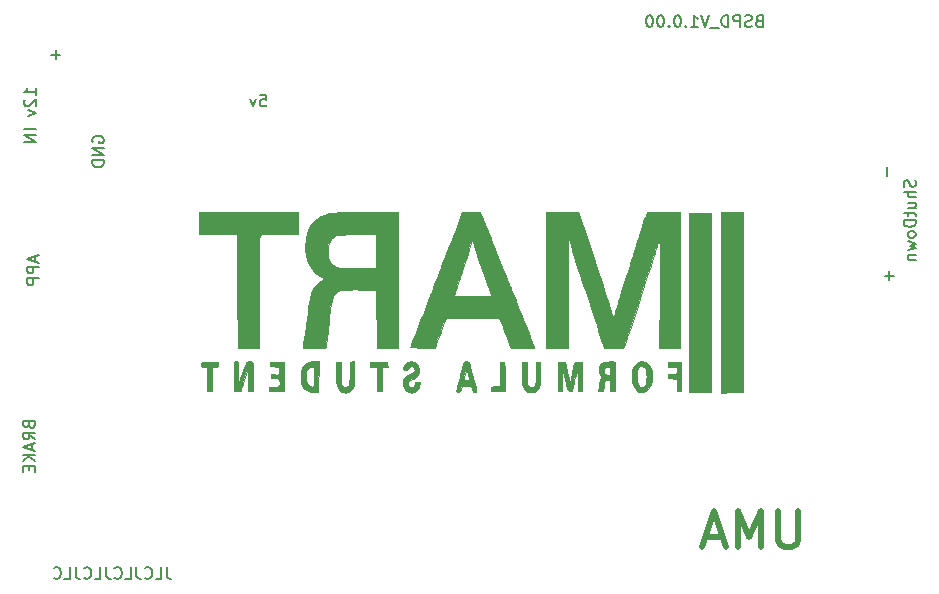
<source format=gbr>
G04 #@! TF.GenerationSoftware,KiCad,Pcbnew,(5.1.4)-1*
G04 #@! TF.CreationDate,2020-10-31T11:52:51+01:00*
G04 #@! TF.ProjectId,BSPD_v_1_0b,42535044-5f76-45f3-915f-30622e6b6963,rev?*
G04 #@! TF.SameCoordinates,Original*
G04 #@! TF.FileFunction,Legend,Bot*
G04 #@! TF.FilePolarity,Positive*
%FSLAX46Y46*%
G04 Gerber Fmt 4.6, Leading zero omitted, Abs format (unit mm)*
G04 Created by KiCad (PCBNEW (5.1.4)-1) date 2020-10-31 11:52:51*
%MOMM*%
%LPD*%
G04 APERTURE LIST*
%ADD10C,0.500000*%
%ADD11C,0.150000*%
%ADD12C,0.010000*%
%ADD13C,1.900000*%
%ADD14C,1.524000*%
G04 APERTURE END LIST*
D10*
X153526642Y-70112142D02*
X153526642Y-72540714D01*
X153383785Y-72826428D01*
X153240928Y-72969285D01*
X152955214Y-73112142D01*
X152383785Y-73112142D01*
X152098071Y-72969285D01*
X151955214Y-72826428D01*
X151812357Y-72540714D01*
X151812357Y-70112142D01*
X150383785Y-73112142D02*
X150383785Y-70112142D01*
X149383785Y-72255000D01*
X148383785Y-70112142D01*
X148383785Y-73112142D01*
X147098071Y-72255000D02*
X145669500Y-72255000D01*
X147383785Y-73112142D02*
X146383785Y-70112142D01*
X145383785Y-73112142D01*
D11*
X100059547Y-74826880D02*
X100059547Y-75541166D01*
X100107166Y-75684023D01*
X100202404Y-75779261D01*
X100345261Y-75826880D01*
X100440500Y-75826880D01*
X99107166Y-75826880D02*
X99583357Y-75826880D01*
X99583357Y-74826880D01*
X98202404Y-75731642D02*
X98250023Y-75779261D01*
X98392880Y-75826880D01*
X98488119Y-75826880D01*
X98630976Y-75779261D01*
X98726214Y-75684023D01*
X98773833Y-75588785D01*
X98821452Y-75398309D01*
X98821452Y-75255452D01*
X98773833Y-75064976D01*
X98726214Y-74969738D01*
X98630976Y-74874500D01*
X98488119Y-74826880D01*
X98392880Y-74826880D01*
X98250023Y-74874500D01*
X98202404Y-74922119D01*
X97488119Y-74826880D02*
X97488119Y-75541166D01*
X97535738Y-75684023D01*
X97630976Y-75779261D01*
X97773833Y-75826880D01*
X97869071Y-75826880D01*
X96535738Y-75826880D02*
X97011928Y-75826880D01*
X97011928Y-74826880D01*
X95630976Y-75731642D02*
X95678595Y-75779261D01*
X95821452Y-75826880D01*
X95916690Y-75826880D01*
X96059547Y-75779261D01*
X96154785Y-75684023D01*
X96202404Y-75588785D01*
X96250023Y-75398309D01*
X96250023Y-75255452D01*
X96202404Y-75064976D01*
X96154785Y-74969738D01*
X96059547Y-74874500D01*
X95916690Y-74826880D01*
X95821452Y-74826880D01*
X95678595Y-74874500D01*
X95630976Y-74922119D01*
X94916690Y-74826880D02*
X94916690Y-75541166D01*
X94964309Y-75684023D01*
X95059547Y-75779261D01*
X95202404Y-75826880D01*
X95297642Y-75826880D01*
X93964309Y-75826880D02*
X94440500Y-75826880D01*
X94440500Y-74826880D01*
X93059547Y-75731642D02*
X93107166Y-75779261D01*
X93250023Y-75826880D01*
X93345261Y-75826880D01*
X93488119Y-75779261D01*
X93583357Y-75684023D01*
X93630976Y-75588785D01*
X93678595Y-75398309D01*
X93678595Y-75255452D01*
X93630976Y-75064976D01*
X93583357Y-74969738D01*
X93488119Y-74874500D01*
X93345261Y-74826880D01*
X93250023Y-74826880D01*
X93107166Y-74874500D01*
X93059547Y-74922119D01*
X92345261Y-74826880D02*
X92345261Y-75541166D01*
X92392880Y-75684023D01*
X92488119Y-75779261D01*
X92630976Y-75826880D01*
X92726214Y-75826880D01*
X91392880Y-75826880D02*
X91869071Y-75826880D01*
X91869071Y-74826880D01*
X90488119Y-75731642D02*
X90535738Y-75779261D01*
X90678595Y-75826880D01*
X90773833Y-75826880D01*
X90916690Y-75779261D01*
X91011928Y-75684023D01*
X91059547Y-75588785D01*
X91107166Y-75398309D01*
X91107166Y-75255452D01*
X91059547Y-75064976D01*
X91011928Y-74969738D01*
X90916690Y-74874500D01*
X90773833Y-74826880D01*
X90678595Y-74826880D01*
X90535738Y-74874500D01*
X90488119Y-74922119D01*
X107965857Y-34821880D02*
X108442047Y-34821880D01*
X108489666Y-35298071D01*
X108442047Y-35250452D01*
X108346809Y-35202833D01*
X108108714Y-35202833D01*
X108013476Y-35250452D01*
X107965857Y-35298071D01*
X107918238Y-35393309D01*
X107918238Y-35631404D01*
X107965857Y-35726642D01*
X108013476Y-35774261D01*
X108108714Y-35821880D01*
X108346809Y-35821880D01*
X108442047Y-35774261D01*
X108489666Y-35726642D01*
X107584904Y-35155214D02*
X107346809Y-35821880D01*
X107108714Y-35155214D01*
X93797500Y-38862095D02*
X93749880Y-38766857D01*
X93749880Y-38624000D01*
X93797500Y-38481142D01*
X93892738Y-38385904D01*
X93987976Y-38338285D01*
X94178452Y-38290666D01*
X94321309Y-38290666D01*
X94511785Y-38338285D01*
X94607023Y-38385904D01*
X94702261Y-38481142D01*
X94749880Y-38624000D01*
X94749880Y-38719238D01*
X94702261Y-38862095D01*
X94654642Y-38909714D01*
X94321309Y-38909714D01*
X94321309Y-38719238D01*
X94749880Y-39338285D02*
X93749880Y-39338285D01*
X94749880Y-39909714D01*
X93749880Y-39909714D01*
X94749880Y-40385904D02*
X93749880Y-40385904D01*
X93749880Y-40624000D01*
X93797500Y-40766857D01*
X93892738Y-40862095D01*
X93987976Y-40909714D01*
X94178452Y-40957333D01*
X94321309Y-40957333D01*
X94511785Y-40909714D01*
X94607023Y-40862095D01*
X94702261Y-40766857D01*
X94749880Y-40624000D01*
X94749880Y-40385904D01*
X161043928Y-40957547D02*
X161043928Y-41719452D01*
X161607452Y-50172928D02*
X160845547Y-50172928D01*
X161226500Y-50553880D02*
X161226500Y-49791976D01*
X163409261Y-42061238D02*
X163456880Y-42204095D01*
X163456880Y-42442190D01*
X163409261Y-42537428D01*
X163361642Y-42585047D01*
X163266404Y-42632666D01*
X163171166Y-42632666D01*
X163075928Y-42585047D01*
X163028309Y-42537428D01*
X162980690Y-42442190D01*
X162933071Y-42251714D01*
X162885452Y-42156476D01*
X162837833Y-42108857D01*
X162742595Y-42061238D01*
X162647357Y-42061238D01*
X162552119Y-42108857D01*
X162504500Y-42156476D01*
X162456880Y-42251714D01*
X162456880Y-42489809D01*
X162504500Y-42632666D01*
X163456880Y-43061238D02*
X162456880Y-43061238D01*
X163456880Y-43489809D02*
X162933071Y-43489809D01*
X162837833Y-43442190D01*
X162790214Y-43346952D01*
X162790214Y-43204095D01*
X162837833Y-43108857D01*
X162885452Y-43061238D01*
X162790214Y-44394571D02*
X163456880Y-44394571D01*
X162790214Y-43966000D02*
X163314023Y-43966000D01*
X163409261Y-44013619D01*
X163456880Y-44108857D01*
X163456880Y-44251714D01*
X163409261Y-44346952D01*
X163361642Y-44394571D01*
X162790214Y-44727904D02*
X162790214Y-45108857D01*
X162456880Y-44870761D02*
X163314023Y-44870761D01*
X163409261Y-44918380D01*
X163456880Y-45013619D01*
X163456880Y-45108857D01*
X163456880Y-45442190D02*
X162456880Y-45442190D01*
X162456880Y-45680285D01*
X162504500Y-45823142D01*
X162599738Y-45918380D01*
X162694976Y-45966000D01*
X162885452Y-46013619D01*
X163028309Y-46013619D01*
X163218785Y-45966000D01*
X163314023Y-45918380D01*
X163409261Y-45823142D01*
X163456880Y-45680285D01*
X163456880Y-45442190D01*
X163456880Y-46585047D02*
X163409261Y-46489809D01*
X163361642Y-46442190D01*
X163266404Y-46394571D01*
X162980690Y-46394571D01*
X162885452Y-46442190D01*
X162837833Y-46489809D01*
X162790214Y-46585047D01*
X162790214Y-46727904D01*
X162837833Y-46823142D01*
X162885452Y-46870761D01*
X162980690Y-46918380D01*
X163266404Y-46918380D01*
X163361642Y-46870761D01*
X163409261Y-46823142D01*
X163456880Y-46727904D01*
X163456880Y-46585047D01*
X162790214Y-47251714D02*
X163456880Y-47442190D01*
X162980690Y-47632666D01*
X163456880Y-47823142D01*
X162790214Y-48013619D01*
X162790214Y-48394571D02*
X163456880Y-48394571D01*
X162885452Y-48394571D02*
X162837833Y-48442190D01*
X162790214Y-48537428D01*
X162790214Y-48680285D01*
X162837833Y-48775523D01*
X162933071Y-48823142D01*
X163456880Y-48823142D01*
X88384071Y-62769976D02*
X88431690Y-62912833D01*
X88479309Y-62960452D01*
X88574547Y-63008071D01*
X88717404Y-63008071D01*
X88812642Y-62960452D01*
X88860261Y-62912833D01*
X88907880Y-62817595D01*
X88907880Y-62436642D01*
X87907880Y-62436642D01*
X87907880Y-62769976D01*
X87955500Y-62865214D01*
X88003119Y-62912833D01*
X88098357Y-62960452D01*
X88193595Y-62960452D01*
X88288833Y-62912833D01*
X88336452Y-62865214D01*
X88384071Y-62769976D01*
X88384071Y-62436642D01*
X88907880Y-64008071D02*
X88431690Y-63674738D01*
X88907880Y-63436642D02*
X87907880Y-63436642D01*
X87907880Y-63817595D01*
X87955500Y-63912833D01*
X88003119Y-63960452D01*
X88098357Y-64008071D01*
X88241214Y-64008071D01*
X88336452Y-63960452D01*
X88384071Y-63912833D01*
X88431690Y-63817595D01*
X88431690Y-63436642D01*
X88622166Y-64389023D02*
X88622166Y-64865214D01*
X88907880Y-64293785D02*
X87907880Y-64627119D01*
X88907880Y-64960452D01*
X88907880Y-65293785D02*
X87907880Y-65293785D01*
X88907880Y-65865214D02*
X88336452Y-65436642D01*
X87907880Y-65865214D02*
X88479309Y-65293785D01*
X88384071Y-66293785D02*
X88384071Y-66627119D01*
X88907880Y-66769976D02*
X88907880Y-66293785D01*
X87907880Y-66293785D01*
X87907880Y-66769976D01*
X88939666Y-48482404D02*
X88939666Y-48958595D01*
X89225380Y-48387166D02*
X88225380Y-48720500D01*
X89225380Y-49053833D01*
X89225380Y-49387166D02*
X88225380Y-49387166D01*
X88225380Y-49768119D01*
X88273000Y-49863357D01*
X88320619Y-49910976D01*
X88415857Y-49958595D01*
X88558714Y-49958595D01*
X88653952Y-49910976D01*
X88701571Y-49863357D01*
X88749190Y-49768119D01*
X88749190Y-49387166D01*
X89225380Y-50387166D02*
X88225380Y-50387166D01*
X88225380Y-50768119D01*
X88273000Y-50863357D01*
X88320619Y-50910976D01*
X88415857Y-50958595D01*
X88558714Y-50958595D01*
X88653952Y-50910976D01*
X88701571Y-50863357D01*
X88749190Y-50768119D01*
X88749190Y-50387166D01*
X91058952Y-31440428D02*
X90297047Y-31440428D01*
X90678000Y-31821380D02*
X90678000Y-31059476D01*
X88971380Y-34861714D02*
X88971380Y-34290285D01*
X88971380Y-34576000D02*
X87971380Y-34576000D01*
X88114238Y-34480761D01*
X88209476Y-34385523D01*
X88257095Y-34290285D01*
X88066619Y-35242666D02*
X88019000Y-35290285D01*
X87971380Y-35385523D01*
X87971380Y-35623619D01*
X88019000Y-35718857D01*
X88066619Y-35766476D01*
X88161857Y-35814095D01*
X88257095Y-35814095D01*
X88399952Y-35766476D01*
X88971380Y-35195047D01*
X88971380Y-35814095D01*
X88304714Y-36147428D02*
X88971380Y-36385523D01*
X88304714Y-36623619D01*
X88971380Y-37766476D02*
X87971380Y-37766476D01*
X88971380Y-38242666D02*
X87971380Y-38242666D01*
X88971380Y-38814095D01*
X87971380Y-38814095D01*
X150200738Y-28567071D02*
X150057880Y-28614690D01*
X150010261Y-28662309D01*
X149962642Y-28757547D01*
X149962642Y-28900404D01*
X150010261Y-28995642D01*
X150057880Y-29043261D01*
X150153119Y-29090880D01*
X150534071Y-29090880D01*
X150534071Y-28090880D01*
X150200738Y-28090880D01*
X150105500Y-28138500D01*
X150057880Y-28186119D01*
X150010261Y-28281357D01*
X150010261Y-28376595D01*
X150057880Y-28471833D01*
X150105500Y-28519452D01*
X150200738Y-28567071D01*
X150534071Y-28567071D01*
X149581690Y-29043261D02*
X149438833Y-29090880D01*
X149200738Y-29090880D01*
X149105500Y-29043261D01*
X149057880Y-28995642D01*
X149010261Y-28900404D01*
X149010261Y-28805166D01*
X149057880Y-28709928D01*
X149105500Y-28662309D01*
X149200738Y-28614690D01*
X149391214Y-28567071D01*
X149486452Y-28519452D01*
X149534071Y-28471833D01*
X149581690Y-28376595D01*
X149581690Y-28281357D01*
X149534071Y-28186119D01*
X149486452Y-28138500D01*
X149391214Y-28090880D01*
X149153119Y-28090880D01*
X149010261Y-28138500D01*
X148581690Y-29090880D02*
X148581690Y-28090880D01*
X148200738Y-28090880D01*
X148105500Y-28138500D01*
X148057880Y-28186119D01*
X148010261Y-28281357D01*
X148010261Y-28424214D01*
X148057880Y-28519452D01*
X148105500Y-28567071D01*
X148200738Y-28614690D01*
X148581690Y-28614690D01*
X147581690Y-29090880D02*
X147581690Y-28090880D01*
X147343595Y-28090880D01*
X147200738Y-28138500D01*
X147105500Y-28233738D01*
X147057880Y-28328976D01*
X147010261Y-28519452D01*
X147010261Y-28662309D01*
X147057880Y-28852785D01*
X147105500Y-28948023D01*
X147200738Y-29043261D01*
X147343595Y-29090880D01*
X147581690Y-29090880D01*
X146819785Y-29186119D02*
X146057880Y-29186119D01*
X145962642Y-28090880D02*
X145629309Y-29090880D01*
X145295976Y-28090880D01*
X144438833Y-29090880D02*
X145010261Y-29090880D01*
X144724547Y-29090880D02*
X144724547Y-28090880D01*
X144819785Y-28233738D01*
X144915023Y-28328976D01*
X145010261Y-28376595D01*
X144010261Y-28995642D02*
X143962642Y-29043261D01*
X144010261Y-29090880D01*
X144057880Y-29043261D01*
X144010261Y-28995642D01*
X144010261Y-29090880D01*
X143343595Y-28090880D02*
X143248357Y-28090880D01*
X143153119Y-28138500D01*
X143105500Y-28186119D01*
X143057880Y-28281357D01*
X143010261Y-28471833D01*
X143010261Y-28709928D01*
X143057880Y-28900404D01*
X143105500Y-28995642D01*
X143153119Y-29043261D01*
X143248357Y-29090880D01*
X143343595Y-29090880D01*
X143438833Y-29043261D01*
X143486452Y-28995642D01*
X143534071Y-28900404D01*
X143581690Y-28709928D01*
X143581690Y-28471833D01*
X143534071Y-28281357D01*
X143486452Y-28186119D01*
X143438833Y-28138500D01*
X143343595Y-28090880D01*
X142581690Y-28995642D02*
X142534071Y-29043261D01*
X142581690Y-29090880D01*
X142629309Y-29043261D01*
X142581690Y-28995642D01*
X142581690Y-29090880D01*
X141915023Y-28090880D02*
X141819785Y-28090880D01*
X141724547Y-28138500D01*
X141676928Y-28186119D01*
X141629309Y-28281357D01*
X141581690Y-28471833D01*
X141581690Y-28709928D01*
X141629309Y-28900404D01*
X141676928Y-28995642D01*
X141724547Y-29043261D01*
X141819785Y-29090880D01*
X141915023Y-29090880D01*
X142010261Y-29043261D01*
X142057880Y-28995642D01*
X142105500Y-28900404D01*
X142153119Y-28709928D01*
X142153119Y-28471833D01*
X142105500Y-28281357D01*
X142057880Y-28186119D01*
X142010261Y-28138500D01*
X141915023Y-28090880D01*
X140962642Y-28090880D02*
X140867404Y-28090880D01*
X140772166Y-28138500D01*
X140724547Y-28186119D01*
X140676928Y-28281357D01*
X140629309Y-28471833D01*
X140629309Y-28709928D01*
X140676928Y-28900404D01*
X140724547Y-28995642D01*
X140772166Y-29043261D01*
X140867404Y-29090880D01*
X140962642Y-29090880D01*
X141057880Y-29043261D01*
X141105500Y-28995642D01*
X141153119Y-28900404D01*
X141200738Y-28709928D01*
X141200738Y-28471833D01*
X141153119Y-28281357D01*
X141105500Y-28186119D01*
X141057880Y-28138500D01*
X140962642Y-28090880D01*
D12*
G36*
X115912900Y-58359631D02*
G01*
X115911942Y-58741216D01*
X115907718Y-59035807D01*
X115898198Y-59258002D01*
X115881355Y-59422399D01*
X115855158Y-59543597D01*
X115817580Y-59636195D01*
X115766591Y-59714789D01*
X115716090Y-59775897D01*
X115601353Y-59871205D01*
X115445102Y-59959283D01*
X115285903Y-60022104D01*
X115162323Y-60041642D01*
X115150900Y-60040066D01*
X115089871Y-60025006D01*
X114970020Y-59993809D01*
X114933458Y-59984138D01*
X114727794Y-59878678D01*
X114565934Y-59688833D01*
X114456472Y-59425519D01*
X114439911Y-59357118D01*
X114422281Y-59219447D01*
X114408912Y-59004347D01*
X114400684Y-58735933D01*
X114398474Y-58438320D01*
X114400199Y-58267600D01*
X114414300Y-57429400D01*
X114769900Y-57429400D01*
X114795300Y-58402128D01*
X114805186Y-58745001D01*
X114815530Y-59001082D01*
X114828009Y-59185170D01*
X114844296Y-59312065D01*
X114866067Y-59396568D01*
X114894996Y-59453478D01*
X114917473Y-59481628D01*
X115058966Y-59569896D01*
X115228982Y-59584202D01*
X115386387Y-59524546D01*
X115435126Y-59481617D01*
X115469384Y-59434437D01*
X115495436Y-59368920D01*
X115514957Y-59270266D01*
X115529621Y-59123675D01*
X115541104Y-58914347D01*
X115551081Y-58627480D01*
X115557300Y-58402117D01*
X115582700Y-57429400D01*
X115912900Y-57397562D01*
X115912900Y-58359631D01*
X115912900Y-58359631D01*
G37*
X115912900Y-58359631D02*
X115911942Y-58741216D01*
X115907718Y-59035807D01*
X115898198Y-59258002D01*
X115881355Y-59422399D01*
X115855158Y-59543597D01*
X115817580Y-59636195D01*
X115766591Y-59714789D01*
X115716090Y-59775897D01*
X115601353Y-59871205D01*
X115445102Y-59959283D01*
X115285903Y-60022104D01*
X115162323Y-60041642D01*
X115150900Y-60040066D01*
X115089871Y-60025006D01*
X114970020Y-59993809D01*
X114933458Y-59984138D01*
X114727794Y-59878678D01*
X114565934Y-59688833D01*
X114456472Y-59425519D01*
X114439911Y-59357118D01*
X114422281Y-59219447D01*
X114408912Y-59004347D01*
X114400684Y-58735933D01*
X114398474Y-58438320D01*
X114400199Y-58267600D01*
X114414300Y-57429400D01*
X114769900Y-57429400D01*
X114795300Y-58402128D01*
X114805186Y-58745001D01*
X114815530Y-59001082D01*
X114828009Y-59185170D01*
X114844296Y-59312065D01*
X114866067Y-59396568D01*
X114894996Y-59453478D01*
X114917473Y-59481628D01*
X115058966Y-59569896D01*
X115228982Y-59584202D01*
X115386387Y-59524546D01*
X115435126Y-59481617D01*
X115469384Y-59434437D01*
X115495436Y-59368920D01*
X115514957Y-59270266D01*
X115529621Y-59123675D01*
X115541104Y-58914347D01*
X115551081Y-58627480D01*
X115557300Y-58402117D01*
X115582700Y-57429400D01*
X115912900Y-57397562D01*
X115912900Y-58359631D01*
G36*
X120990898Y-57441196D02*
G01*
X121194255Y-57555040D01*
X121338665Y-57748917D01*
X121351376Y-57775668D01*
X121437816Y-58064463D01*
X121425494Y-58336955D01*
X121366306Y-58505027D01*
X121260280Y-58666987D01*
X121103020Y-58793848D01*
X120872413Y-58902028D01*
X120792729Y-58930847D01*
X120586741Y-59033218D01*
X120470012Y-59163368D01*
X120447029Y-59314086D01*
X120486484Y-59423300D01*
X120599115Y-59541488D01*
X120743356Y-59586189D01*
X120891299Y-59564174D01*
X121015039Y-59482219D01*
X121086668Y-59347096D01*
X121094500Y-59275726D01*
X121105544Y-59177910D01*
X121159212Y-59138239D01*
X121269301Y-59131200D01*
X121393432Y-59141431D01*
X121465093Y-59166433D01*
X121468161Y-59170126D01*
X121479679Y-59262079D01*
X121456191Y-59409159D01*
X121407841Y-59575477D01*
X121344771Y-59725141D01*
X121286402Y-59813264D01*
X121181539Y-59889755D01*
X121030222Y-59964829D01*
X120873748Y-60021328D01*
X120753415Y-60042095D01*
X120738900Y-60040735D01*
X120677744Y-60025171D01*
X120560118Y-59992437D01*
X120536085Y-59985575D01*
X120312976Y-59872608D01*
X120150264Y-59686571D01*
X120055174Y-59440965D01*
X120034933Y-59149295D01*
X120043227Y-59064482D01*
X120120197Y-58852112D01*
X120282570Y-58666246D01*
X120514774Y-58522137D01*
X120648475Y-58471652D01*
X120854271Y-58377676D01*
X120988811Y-58253333D01*
X121044489Y-58113447D01*
X121013699Y-57972841D01*
X120946592Y-57890665D01*
X120801564Y-57816686D01*
X120652899Y-57832365D01*
X120528870Y-57930899D01*
X120488432Y-58000900D01*
X120420683Y-58116031D01*
X120329834Y-58160767D01*
X120247132Y-58166000D01*
X120130502Y-58147888D01*
X120080315Y-58084486D01*
X120093125Y-57962188D01*
X120153420Y-57795897D01*
X120289226Y-57579083D01*
X120478973Y-57448160D01*
X120721388Y-57404001D01*
X120722873Y-57404000D01*
X120990898Y-57441196D01*
X120990898Y-57441196D01*
G37*
X120990898Y-57441196D02*
X121194255Y-57555040D01*
X121338665Y-57748917D01*
X121351376Y-57775668D01*
X121437816Y-58064463D01*
X121425494Y-58336955D01*
X121366306Y-58505027D01*
X121260280Y-58666987D01*
X121103020Y-58793848D01*
X120872413Y-58902028D01*
X120792729Y-58930847D01*
X120586741Y-59033218D01*
X120470012Y-59163368D01*
X120447029Y-59314086D01*
X120486484Y-59423300D01*
X120599115Y-59541488D01*
X120743356Y-59586189D01*
X120891299Y-59564174D01*
X121015039Y-59482219D01*
X121086668Y-59347096D01*
X121094500Y-59275726D01*
X121105544Y-59177910D01*
X121159212Y-59138239D01*
X121269301Y-59131200D01*
X121393432Y-59141431D01*
X121465093Y-59166433D01*
X121468161Y-59170126D01*
X121479679Y-59262079D01*
X121456191Y-59409159D01*
X121407841Y-59575477D01*
X121344771Y-59725141D01*
X121286402Y-59813264D01*
X121181539Y-59889755D01*
X121030222Y-59964829D01*
X120873748Y-60021328D01*
X120753415Y-60042095D01*
X120738900Y-60040735D01*
X120677744Y-60025171D01*
X120560118Y-59992437D01*
X120536085Y-59985575D01*
X120312976Y-59872608D01*
X120150264Y-59686571D01*
X120055174Y-59440965D01*
X120034933Y-59149295D01*
X120043227Y-59064482D01*
X120120197Y-58852112D01*
X120282570Y-58666246D01*
X120514774Y-58522137D01*
X120648475Y-58471652D01*
X120854271Y-58377676D01*
X120988811Y-58253333D01*
X121044489Y-58113447D01*
X121013699Y-57972841D01*
X120946592Y-57890665D01*
X120801564Y-57816686D01*
X120652899Y-57832365D01*
X120528870Y-57930899D01*
X120488432Y-58000900D01*
X120420683Y-58116031D01*
X120329834Y-58160767D01*
X120247132Y-58166000D01*
X120130502Y-58147888D01*
X120080315Y-58084486D01*
X120093125Y-57962188D01*
X120153420Y-57795897D01*
X120289226Y-57579083D01*
X120478973Y-57448160D01*
X120721388Y-57404001D01*
X120722873Y-57404000D01*
X120990898Y-57441196D01*
G36*
X130517900Y-57480200D02*
G01*
X130527168Y-58381938D01*
X130531375Y-58708887D01*
X130537512Y-58950698D01*
X130547420Y-59123834D01*
X130562936Y-59244757D01*
X130585900Y-59329930D01*
X130618152Y-59395814D01*
X130644927Y-59436038D01*
X130753345Y-59548469D01*
X130884767Y-59587242D01*
X130922741Y-59588400D01*
X131047657Y-59570975D01*
X131136530Y-59501183D01*
X131196755Y-59410961D01*
X131236337Y-59334804D01*
X131264567Y-59249864D01*
X131283330Y-59138135D01*
X131294509Y-58981609D01*
X131299987Y-58762280D01*
X131301647Y-58462140D01*
X131301684Y-58407661D01*
X131301863Y-58124889D01*
X131302208Y-57875780D01*
X131302676Y-57678975D01*
X131303228Y-57553115D01*
X131303610Y-57518300D01*
X131351131Y-57472989D01*
X131475173Y-57454846D01*
X131483100Y-57454800D01*
X131660900Y-57454800D01*
X131659784Y-58432700D01*
X131658247Y-58782757D01*
X131653643Y-59047758D01*
X131644615Y-59244233D01*
X131629808Y-59388712D01*
X131607868Y-59497724D01*
X131577438Y-59587798D01*
X131562176Y-59623131D01*
X131420557Y-59820646D01*
X131217223Y-59956387D01*
X130977993Y-60020155D01*
X130728688Y-60001755D01*
X130658901Y-59979859D01*
X130501180Y-59907769D01*
X130378003Y-59815133D01*
X130285335Y-59689556D01*
X130219140Y-59518643D01*
X130175382Y-59289997D01*
X130150027Y-58991223D01*
X130139038Y-58609926D01*
X130137664Y-58378833D01*
X130136900Y-57448666D01*
X130517900Y-57480200D01*
X130517900Y-57480200D01*
G37*
X130517900Y-57480200D02*
X130527168Y-58381938D01*
X130531375Y-58708887D01*
X130537512Y-58950698D01*
X130547420Y-59123834D01*
X130562936Y-59244757D01*
X130585900Y-59329930D01*
X130618152Y-59395814D01*
X130644927Y-59436038D01*
X130753345Y-59548469D01*
X130884767Y-59587242D01*
X130922741Y-59588400D01*
X131047657Y-59570975D01*
X131136530Y-59501183D01*
X131196755Y-59410961D01*
X131236337Y-59334804D01*
X131264567Y-59249864D01*
X131283330Y-59138135D01*
X131294509Y-58981609D01*
X131299987Y-58762280D01*
X131301647Y-58462140D01*
X131301684Y-58407661D01*
X131301863Y-58124889D01*
X131302208Y-57875780D01*
X131302676Y-57678975D01*
X131303228Y-57553115D01*
X131303610Y-57518300D01*
X131351131Y-57472989D01*
X131475173Y-57454846D01*
X131483100Y-57454800D01*
X131660900Y-57454800D01*
X131659784Y-58432700D01*
X131658247Y-58782757D01*
X131653643Y-59047758D01*
X131644615Y-59244233D01*
X131629808Y-59388712D01*
X131607868Y-59497724D01*
X131577438Y-59587798D01*
X131562176Y-59623131D01*
X131420557Y-59820646D01*
X131217223Y-59956387D01*
X130977993Y-60020155D01*
X130728688Y-60001755D01*
X130658901Y-59979859D01*
X130501180Y-59907769D01*
X130378003Y-59815133D01*
X130285335Y-59689556D01*
X130219140Y-59518643D01*
X130175382Y-59289997D01*
X130150027Y-58991223D01*
X130139038Y-58609926D01*
X130137664Y-58378833D01*
X130136900Y-57448666D01*
X130517900Y-57480200D01*
G36*
X140543964Y-57434949D02*
G01*
X140738039Y-57535543D01*
X140896828Y-57717404D01*
X140999348Y-57907254D01*
X141062466Y-58058626D01*
X141101950Y-58201442D01*
X141123222Y-58368058D01*
X141131706Y-58590833D01*
X141132734Y-58702991D01*
X141131333Y-58945693D01*
X141120577Y-59118292D01*
X141094634Y-59252223D01*
X141047671Y-59378922D01*
X140982432Y-59513100D01*
X140808038Y-59770355D01*
X140596757Y-59940270D01*
X140356996Y-60018448D01*
X140097162Y-60000491D01*
X140066710Y-59992162D01*
X139853025Y-59879501D01*
X139679799Y-59690485D01*
X139547991Y-59442363D01*
X139458559Y-59152388D01*
X139412460Y-58837808D01*
X139411308Y-58632307D01*
X139838731Y-58632307D01*
X139849773Y-58899856D01*
X139888583Y-59150405D01*
X139953652Y-59359769D01*
X140043470Y-59503761D01*
X140085117Y-59537116D01*
X140247632Y-59580550D01*
X140418975Y-59542369D01*
X140561988Y-59431556D01*
X140571277Y-59419574D01*
X140618524Y-59344508D01*
X140649512Y-59256398D01*
X140667538Y-59132965D01*
X140675900Y-58951930D01*
X140677900Y-58699400D01*
X140675773Y-58440974D01*
X140667193Y-58261820D01*
X140648860Y-58139659D01*
X140617476Y-58052211D01*
X140571253Y-57979225D01*
X140434235Y-57858839D01*
X140284566Y-57820356D01*
X140153825Y-57823656D01*
X140061916Y-57877431D01*
X139987305Y-57969533D01*
X139905988Y-58142959D01*
X139856966Y-58371946D01*
X139838731Y-58632307D01*
X139411308Y-58632307D01*
X139410654Y-58515876D01*
X139454097Y-58203843D01*
X139543748Y-57918958D01*
X139680566Y-57678473D01*
X139865509Y-57499639D01*
X139926225Y-57462867D01*
X140040913Y-57428339D01*
X140207946Y-57407160D01*
X140298418Y-57404000D01*
X140543964Y-57434949D01*
X140543964Y-57434949D01*
G37*
X140543964Y-57434949D02*
X140738039Y-57535543D01*
X140896828Y-57717404D01*
X140999348Y-57907254D01*
X141062466Y-58058626D01*
X141101950Y-58201442D01*
X141123222Y-58368058D01*
X141131706Y-58590833D01*
X141132734Y-58702991D01*
X141131333Y-58945693D01*
X141120577Y-59118292D01*
X141094634Y-59252223D01*
X141047671Y-59378922D01*
X140982432Y-59513100D01*
X140808038Y-59770355D01*
X140596757Y-59940270D01*
X140356996Y-60018448D01*
X140097162Y-60000491D01*
X140066710Y-59992162D01*
X139853025Y-59879501D01*
X139679799Y-59690485D01*
X139547991Y-59442363D01*
X139458559Y-59152388D01*
X139412460Y-58837808D01*
X139411308Y-58632307D01*
X139838731Y-58632307D01*
X139849773Y-58899856D01*
X139888583Y-59150405D01*
X139953652Y-59359769D01*
X140043470Y-59503761D01*
X140085117Y-59537116D01*
X140247632Y-59580550D01*
X140418975Y-59542369D01*
X140561988Y-59431556D01*
X140571277Y-59419574D01*
X140618524Y-59344508D01*
X140649512Y-59256398D01*
X140667538Y-59132965D01*
X140675900Y-58951930D01*
X140677900Y-58699400D01*
X140675773Y-58440974D01*
X140667193Y-58261820D01*
X140648860Y-58139659D01*
X140617476Y-58052211D01*
X140571253Y-57979225D01*
X140434235Y-57858839D01*
X140284566Y-57820356D01*
X140153825Y-57823656D01*
X140061916Y-57877431D01*
X139987305Y-57969533D01*
X139905988Y-58142959D01*
X139856966Y-58371946D01*
X139838731Y-58632307D01*
X139411308Y-58632307D01*
X139410654Y-58515876D01*
X139454097Y-58203843D01*
X139543748Y-57918958D01*
X139680566Y-57678473D01*
X139865509Y-57499639D01*
X139926225Y-57462867D01*
X140040913Y-57428339D01*
X140207946Y-57407160D01*
X140298418Y-57404000D01*
X140543964Y-57434949D01*
G36*
X146138900Y-59994800D02*
G01*
X145279454Y-59994800D01*
X144989388Y-59996559D01*
X144731335Y-60001428D01*
X144523956Y-60008795D01*
X144385908Y-60018049D01*
X144339654Y-60025635D01*
X144328767Y-60023390D01*
X144318900Y-60004775D01*
X144310004Y-59965105D01*
X144302029Y-59899699D01*
X144294927Y-59803873D01*
X144288647Y-59672945D01*
X144283140Y-59502231D01*
X144278356Y-59287049D01*
X144274246Y-59022716D01*
X144270760Y-58704550D01*
X144267849Y-58327866D01*
X144265462Y-57887983D01*
X144263552Y-57380217D01*
X144262068Y-56799886D01*
X144260960Y-56142307D01*
X144260179Y-55402797D01*
X144259675Y-54576673D01*
X144259399Y-53659252D01*
X144259302Y-52645851D01*
X144259300Y-52431035D01*
X144259300Y-44805600D01*
X146138900Y-44805600D01*
X146138900Y-59994800D01*
X146138900Y-59994800D01*
G37*
X146138900Y-59994800D02*
X145279454Y-59994800D01*
X144989388Y-59996559D01*
X144731335Y-60001428D01*
X144523956Y-60008795D01*
X144385908Y-60018049D01*
X144339654Y-60025635D01*
X144328767Y-60023390D01*
X144318900Y-60004775D01*
X144310004Y-59965105D01*
X144302029Y-59899699D01*
X144294927Y-59803873D01*
X144288647Y-59672945D01*
X144283140Y-59502231D01*
X144278356Y-59287049D01*
X144274246Y-59022716D01*
X144270760Y-58704550D01*
X144267849Y-58327866D01*
X144265462Y-57887983D01*
X144263552Y-57380217D01*
X144262068Y-56799886D01*
X144260960Y-56142307D01*
X144260179Y-55402797D01*
X144259675Y-54576673D01*
X144259399Y-53659252D01*
X144259302Y-52645851D01*
X144259300Y-52431035D01*
X144259300Y-44805600D01*
X146138900Y-44805600D01*
X146138900Y-59994800D01*
G36*
X148856700Y-44780200D02*
G01*
X148856700Y-60020200D01*
X147904200Y-60034020D01*
X146951700Y-60047841D01*
X146951700Y-44752558D01*
X148856700Y-44780200D01*
X148856700Y-44780200D01*
G37*
X148856700Y-44780200D02*
X148856700Y-60020200D01*
X147904200Y-60034020D01*
X146951700Y-60047841D01*
X146951700Y-44752558D01*
X148856700Y-44780200D01*
G36*
X112890300Y-59969400D02*
G01*
X112560100Y-59977118D01*
X112362910Y-59976119D01*
X112187017Y-59965675D01*
X112089510Y-59951718D01*
X111900835Y-59867525D01*
X111712375Y-59719079D01*
X111559719Y-59537372D01*
X111509080Y-59446267D01*
X111464812Y-59309788D01*
X111436900Y-59122211D01*
X111422980Y-58863594D01*
X111422303Y-58818491D01*
X111810128Y-58818491D01*
X111825597Y-58964125D01*
X111890150Y-59227152D01*
X112001801Y-59404588D01*
X112168084Y-59504424D01*
X112363250Y-59534379D01*
X112462143Y-59517874D01*
X112512629Y-59442520D01*
X112528350Y-59378850D01*
X112542696Y-59252296D01*
X112552459Y-59057062D01*
X112557645Y-58820206D01*
X112558259Y-58568782D01*
X112554306Y-58329848D01*
X112545791Y-58130459D01*
X112532719Y-57997672D01*
X112528081Y-57975500D01*
X112483375Y-57894706D01*
X112387203Y-57863724D01*
X112320556Y-57861200D01*
X112132099Y-57907348D01*
X111981538Y-58037936D01*
X111874164Y-58241179D01*
X111815265Y-58505293D01*
X111810128Y-58818491D01*
X111422303Y-58818491D01*
X111420515Y-58699400D01*
X111421692Y-58438825D01*
X111431344Y-58254210D01*
X111453019Y-58120036D01*
X111490264Y-58010781D01*
X111526456Y-57937400D01*
X111680159Y-57707101D01*
X111863674Y-57548502D01*
X112095363Y-57452202D01*
X112393589Y-57408802D01*
X112568552Y-57404000D01*
X112917444Y-57404000D01*
X112890300Y-59969400D01*
X112890300Y-59969400D01*
G37*
X112890300Y-59969400D02*
X112560100Y-59977118D01*
X112362910Y-59976119D01*
X112187017Y-59965675D01*
X112089510Y-59951718D01*
X111900835Y-59867525D01*
X111712375Y-59719079D01*
X111559719Y-59537372D01*
X111509080Y-59446267D01*
X111464812Y-59309788D01*
X111436900Y-59122211D01*
X111422980Y-58863594D01*
X111422303Y-58818491D01*
X111810128Y-58818491D01*
X111825597Y-58964125D01*
X111890150Y-59227152D01*
X112001801Y-59404588D01*
X112168084Y-59504424D01*
X112363250Y-59534379D01*
X112462143Y-59517874D01*
X112512629Y-59442520D01*
X112528350Y-59378850D01*
X112542696Y-59252296D01*
X112552459Y-59057062D01*
X112557645Y-58820206D01*
X112558259Y-58568782D01*
X112554306Y-58329848D01*
X112545791Y-58130459D01*
X112532719Y-57997672D01*
X112528081Y-57975500D01*
X112483375Y-57894706D01*
X112387203Y-57863724D01*
X112320556Y-57861200D01*
X112132099Y-57907348D01*
X111981538Y-58037936D01*
X111874164Y-58241179D01*
X111815265Y-58505293D01*
X111810128Y-58818491D01*
X111422303Y-58818491D01*
X111420515Y-58699400D01*
X111421692Y-58438825D01*
X111431344Y-58254210D01*
X111453019Y-58120036D01*
X111490264Y-58010781D01*
X111526456Y-57937400D01*
X111680159Y-57707101D01*
X111863674Y-57548502D01*
X112095363Y-57452202D01*
X112393589Y-57408802D01*
X112568552Y-57404000D01*
X112917444Y-57404000D01*
X112890300Y-59969400D01*
G36*
X125548668Y-57416519D02*
G01*
X125633768Y-57447504D01*
X125642083Y-57456392D01*
X125665841Y-57522771D01*
X125708289Y-57668010D01*
X125763916Y-57872296D01*
X125827206Y-58115813D01*
X125843527Y-58180292D01*
X125921201Y-58486559D01*
X126004936Y-58813046D01*
X126084251Y-59119075D01*
X126144345Y-59347735D01*
X126213485Y-59612171D01*
X126255223Y-59793530D01*
X126268872Y-59906761D01*
X126253747Y-59966811D01*
X126209161Y-59988629D01*
X126134427Y-59987163D01*
X126115062Y-59985318D01*
X126015976Y-59964900D01*
X125951448Y-59910698D01*
X125897541Y-59796415D01*
X125869377Y-59715400D01*
X125784729Y-59461400D01*
X125090606Y-59461400D01*
X125010253Y-59715400D01*
X124955855Y-59866600D01*
X124901108Y-59945309D01*
X124822424Y-59977942D01*
X124769567Y-59984963D01*
X124648266Y-59980516D01*
X124576989Y-59948258D01*
X124576069Y-59946863D01*
X124568315Y-59859604D01*
X124579364Y-59834205D01*
X124605392Y-59762780D01*
X124651774Y-59599255D01*
X124718866Y-59342234D01*
X124807022Y-58990320D01*
X124844459Y-58837191D01*
X125223006Y-58837191D01*
X125225552Y-58924788D01*
X125264031Y-58965933D01*
X125342749Y-58978127D01*
X125437900Y-58978800D01*
X125574240Y-58969334D01*
X125656016Y-58945387D01*
X125666500Y-58931152D01*
X125655684Y-58860651D01*
X125627749Y-58721871D01*
X125589459Y-58545286D01*
X125547579Y-58361368D01*
X125508873Y-58200592D01*
X125481692Y-58098671D01*
X125457796Y-58039829D01*
X125432855Y-58038849D01*
X125401619Y-58106463D01*
X125358835Y-58253402D01*
X125308500Y-58452632D01*
X125252090Y-58685640D01*
X125223006Y-58837191D01*
X124844459Y-58837191D01*
X124916599Y-58542120D01*
X125047951Y-57996237D01*
X125055946Y-57962800D01*
X125114924Y-57721503D01*
X125161489Y-57562112D01*
X125206549Y-57467646D01*
X125261015Y-57421124D01*
X125335796Y-57405565D01*
X125414936Y-57404000D01*
X125548668Y-57416519D01*
X125548668Y-57416519D01*
G37*
X125548668Y-57416519D02*
X125633768Y-57447504D01*
X125642083Y-57456392D01*
X125665841Y-57522771D01*
X125708289Y-57668010D01*
X125763916Y-57872296D01*
X125827206Y-58115813D01*
X125843527Y-58180292D01*
X125921201Y-58486559D01*
X126004936Y-58813046D01*
X126084251Y-59119075D01*
X126144345Y-59347735D01*
X126213485Y-59612171D01*
X126255223Y-59793530D01*
X126268872Y-59906761D01*
X126253747Y-59966811D01*
X126209161Y-59988629D01*
X126134427Y-59987163D01*
X126115062Y-59985318D01*
X126015976Y-59964900D01*
X125951448Y-59910698D01*
X125897541Y-59796415D01*
X125869377Y-59715400D01*
X125784729Y-59461400D01*
X125090606Y-59461400D01*
X125010253Y-59715400D01*
X124955855Y-59866600D01*
X124901108Y-59945309D01*
X124822424Y-59977942D01*
X124769567Y-59984963D01*
X124648266Y-59980516D01*
X124576989Y-59948258D01*
X124576069Y-59946863D01*
X124568315Y-59859604D01*
X124579364Y-59834205D01*
X124605392Y-59762780D01*
X124651774Y-59599255D01*
X124718866Y-59342234D01*
X124807022Y-58990320D01*
X124844459Y-58837191D01*
X125223006Y-58837191D01*
X125225552Y-58924788D01*
X125264031Y-58965933D01*
X125342749Y-58978127D01*
X125437900Y-58978800D01*
X125574240Y-58969334D01*
X125656016Y-58945387D01*
X125666500Y-58931152D01*
X125655684Y-58860651D01*
X125627749Y-58721871D01*
X125589459Y-58545286D01*
X125547579Y-58361368D01*
X125508873Y-58200592D01*
X125481692Y-58098671D01*
X125457796Y-58039829D01*
X125432855Y-58038849D01*
X125401619Y-58106463D01*
X125358835Y-58253402D01*
X125308500Y-58452632D01*
X125252090Y-58685640D01*
X125223006Y-58837191D01*
X124844459Y-58837191D01*
X124916599Y-58542120D01*
X125047951Y-57996237D01*
X125055946Y-57962800D01*
X125114924Y-57721503D01*
X125161489Y-57562112D01*
X125206549Y-57467646D01*
X125261015Y-57421124D01*
X125335796Y-57405565D01*
X125414936Y-57404000D01*
X125548668Y-57416519D01*
G36*
X103699419Y-57466009D02*
G01*
X104406700Y-57480200D01*
X104399116Y-57632600D01*
X104392105Y-57753702D01*
X104386416Y-57823100D01*
X104337784Y-57846591D01*
X104221625Y-57860465D01*
X104165400Y-57861977D01*
X104019336Y-57870694D01*
X103915998Y-57891541D01*
X103898700Y-57900077D01*
X103880727Y-57963478D01*
X103866170Y-58118160D01*
X103855537Y-58353844D01*
X103849336Y-58660254D01*
X103847900Y-58928000D01*
X103847900Y-59918600D01*
X103469022Y-59950006D01*
X103441500Y-57886600D01*
X103205589Y-57871336D01*
X103060325Y-57856160D01*
X102986900Y-57822740D01*
X102955555Y-57752152D01*
X102947861Y-57707418D01*
X102942404Y-57582634D01*
X102959091Y-57505290D01*
X103025615Y-57482362D01*
X103187778Y-57468261D01*
X103439976Y-57463287D01*
X103699419Y-57466009D01*
X103699419Y-57466009D01*
G37*
X103699419Y-57466009D02*
X104406700Y-57480200D01*
X104399116Y-57632600D01*
X104392105Y-57753702D01*
X104386416Y-57823100D01*
X104337784Y-57846591D01*
X104221625Y-57860465D01*
X104165400Y-57861977D01*
X104019336Y-57870694D01*
X103915998Y-57891541D01*
X103898700Y-57900077D01*
X103880727Y-57963478D01*
X103866170Y-58118160D01*
X103855537Y-58353844D01*
X103849336Y-58660254D01*
X103847900Y-58928000D01*
X103847900Y-59918600D01*
X103469022Y-59950006D01*
X103441500Y-57886600D01*
X103205589Y-57871336D01*
X103060325Y-57856160D01*
X102986900Y-57822740D01*
X102955555Y-57752152D01*
X102947861Y-57707418D01*
X102942404Y-57582634D01*
X102959091Y-57505290D01*
X103025615Y-57482362D01*
X103187778Y-57468261D01*
X103439976Y-57463287D01*
X103699419Y-57466009D01*
G36*
X107145224Y-57410878D02*
G01*
X107265907Y-57440597D01*
X107312475Y-57476417D01*
X107323374Y-57546004D01*
X107331938Y-57702016D01*
X107337857Y-57929298D01*
X107340818Y-58212697D01*
X107340510Y-58537057D01*
X107338610Y-58746417D01*
X107324120Y-59944000D01*
X106974293Y-59944000D01*
X106960496Y-58968183D01*
X106946700Y-57992366D01*
X106700639Y-58726883D01*
X106612887Y-58988185D01*
X106534997Y-59218914D01*
X106473374Y-59400184D01*
X106434427Y-59513109D01*
X106425626Y-59537600D01*
X106396930Y-59614676D01*
X106375265Y-59681720D01*
X106344121Y-59790249D01*
X106340150Y-59804300D01*
X106309007Y-59885312D01*
X106255516Y-59926930D01*
X106150573Y-59942129D01*
X106026792Y-59944000D01*
X105875171Y-59937608D01*
X105775088Y-59921152D01*
X105751478Y-59905900D01*
X105744825Y-59657108D01*
X105741251Y-59365548D01*
X105740497Y-59047497D01*
X105742303Y-58719233D01*
X105746408Y-58397034D01*
X105752553Y-58097177D01*
X105760479Y-57835941D01*
X105769923Y-57629603D01*
X105780628Y-57494441D01*
X105790750Y-57447429D01*
X105877886Y-57413031D01*
X105962940Y-57412399D01*
X106083100Y-57429400D01*
X106090095Y-58267600D01*
X106092914Y-58611548D01*
X106095585Y-58865651D01*
X106099261Y-59041657D01*
X106105098Y-59151310D01*
X106114248Y-59206359D01*
X106127867Y-59218549D01*
X106147108Y-59199628D01*
X106173126Y-59161342D01*
X106177307Y-59155203D01*
X106243696Y-59022900D01*
X106273268Y-58928000D01*
X106301652Y-58825842D01*
X106355334Y-58657165D01*
X106426580Y-58444056D01*
X106507653Y-58208604D01*
X106590819Y-57972895D01*
X106668342Y-57759019D01*
X106732488Y-57589061D01*
X106775521Y-57485111D01*
X106784737Y-57467500D01*
X106863047Y-57423626D01*
X106997073Y-57404987D01*
X107145224Y-57410878D01*
X107145224Y-57410878D01*
G37*
X107145224Y-57410878D02*
X107265907Y-57440597D01*
X107312475Y-57476417D01*
X107323374Y-57546004D01*
X107331938Y-57702016D01*
X107337857Y-57929298D01*
X107340818Y-58212697D01*
X107340510Y-58537057D01*
X107338610Y-58746417D01*
X107324120Y-59944000D01*
X106974293Y-59944000D01*
X106960496Y-58968183D01*
X106946700Y-57992366D01*
X106700639Y-58726883D01*
X106612887Y-58988185D01*
X106534997Y-59218914D01*
X106473374Y-59400184D01*
X106434427Y-59513109D01*
X106425626Y-59537600D01*
X106396930Y-59614676D01*
X106375265Y-59681720D01*
X106344121Y-59790249D01*
X106340150Y-59804300D01*
X106309007Y-59885312D01*
X106255516Y-59926930D01*
X106150573Y-59942129D01*
X106026792Y-59944000D01*
X105875171Y-59937608D01*
X105775088Y-59921152D01*
X105751478Y-59905900D01*
X105744825Y-59657108D01*
X105741251Y-59365548D01*
X105740497Y-59047497D01*
X105742303Y-58719233D01*
X105746408Y-58397034D01*
X105752553Y-58097177D01*
X105760479Y-57835941D01*
X105769923Y-57629603D01*
X105780628Y-57494441D01*
X105790750Y-57447429D01*
X105877886Y-57413031D01*
X105962940Y-57412399D01*
X106083100Y-57429400D01*
X106090095Y-58267600D01*
X106092914Y-58611548D01*
X106095585Y-58865651D01*
X106099261Y-59041657D01*
X106105098Y-59151310D01*
X106114248Y-59206359D01*
X106127867Y-59218549D01*
X106147108Y-59199628D01*
X106173126Y-59161342D01*
X106177307Y-59155203D01*
X106243696Y-59022900D01*
X106273268Y-58928000D01*
X106301652Y-58825842D01*
X106355334Y-58657165D01*
X106426580Y-58444056D01*
X106507653Y-58208604D01*
X106590819Y-57972895D01*
X106668342Y-57759019D01*
X106732488Y-57589061D01*
X106775521Y-57485111D01*
X106784737Y-57467500D01*
X106863047Y-57423626D01*
X106997073Y-57404987D01*
X107145224Y-57410878D01*
G36*
X109969300Y-59944000D02*
G01*
X108750100Y-59944000D01*
X108750100Y-59537600D01*
X109150575Y-59537600D01*
X109368212Y-59532958D01*
X109503797Y-59508080D01*
X109576807Y-59446536D01*
X109606717Y-59331899D01*
X109613005Y-59147740D01*
X109613006Y-59147528D01*
X109588964Y-58989852D01*
X109506317Y-58890033D01*
X109351730Y-58838761D01*
X109152871Y-58826400D01*
X108851700Y-58826400D01*
X108851486Y-58496200D01*
X109177781Y-58513057D01*
X109358910Y-58518567D01*
X109466248Y-58507327D01*
X109527083Y-58472880D01*
X109561713Y-58422216D01*
X109595033Y-58303086D01*
X109605703Y-58142017D01*
X109603826Y-58100559D01*
X109588300Y-57886600D01*
X108775500Y-57835800D01*
X108775500Y-57480200D01*
X109372400Y-57465887D01*
X109969300Y-57451575D01*
X109969300Y-59944000D01*
X109969300Y-59944000D01*
G37*
X109969300Y-59944000D02*
X108750100Y-59944000D01*
X108750100Y-59537600D01*
X109150575Y-59537600D01*
X109368212Y-59532958D01*
X109503797Y-59508080D01*
X109576807Y-59446536D01*
X109606717Y-59331899D01*
X109613005Y-59147740D01*
X109613006Y-59147528D01*
X109588964Y-58989852D01*
X109506317Y-58890033D01*
X109351730Y-58838761D01*
X109152871Y-58826400D01*
X108851700Y-58826400D01*
X108851486Y-58496200D01*
X109177781Y-58513057D01*
X109358910Y-58518567D01*
X109466248Y-58507327D01*
X109527083Y-58472880D01*
X109561713Y-58422216D01*
X109595033Y-58303086D01*
X109605703Y-58142017D01*
X109603826Y-58100559D01*
X109588300Y-57886600D01*
X108775500Y-57835800D01*
X108775500Y-57480200D01*
X109372400Y-57465887D01*
X109969300Y-57451575D01*
X109969300Y-59944000D01*
G36*
X118715329Y-57478067D02*
G01*
X118744428Y-57606863D01*
X118747920Y-57645300D01*
X118763541Y-57861200D01*
X118535018Y-57861200D01*
X118390242Y-57871945D01*
X118292216Y-57899041D01*
X118274057Y-57913686D01*
X118264309Y-57978721D01*
X118256348Y-58128825D01*
X118250596Y-58347475D01*
X118247472Y-58618150D01*
X118247398Y-58924327D01*
X118247567Y-58955086D01*
X118253516Y-59944000D01*
X117845403Y-59944000D01*
X117831651Y-58915300D01*
X117817900Y-57886600D01*
X117284500Y-57855890D01*
X117284500Y-57454800D01*
X117944900Y-57447180D01*
X118197721Y-57443942D01*
X118416099Y-57440547D01*
X118578678Y-57437369D01*
X118664101Y-57434782D01*
X118668800Y-57434480D01*
X118715329Y-57478067D01*
X118715329Y-57478067D01*
G37*
X118715329Y-57478067D02*
X118744428Y-57606863D01*
X118747920Y-57645300D01*
X118763541Y-57861200D01*
X118535018Y-57861200D01*
X118390242Y-57871945D01*
X118292216Y-57899041D01*
X118274057Y-57913686D01*
X118264309Y-57978721D01*
X118256348Y-58128825D01*
X118250596Y-58347475D01*
X118247472Y-58618150D01*
X118247398Y-58924327D01*
X118247567Y-58955086D01*
X118253516Y-59944000D01*
X117845403Y-59944000D01*
X117831651Y-58915300D01*
X117817900Y-57886600D01*
X117284500Y-57855890D01*
X117284500Y-57454800D01*
X117944900Y-57447180D01*
X118197721Y-57443942D01*
X118416099Y-57440547D01*
X118578678Y-57437369D01*
X118664101Y-57434782D01*
X118668800Y-57434480D01*
X118715329Y-57478067D01*
G36*
X128570235Y-57446154D02*
G01*
X128612900Y-57449155D01*
X128630096Y-57501194D01*
X128643969Y-57649838D01*
X128654320Y-57890140D01*
X128660945Y-58217151D01*
X128663645Y-58625925D01*
X128663700Y-58699400D01*
X128663700Y-59944000D01*
X127495300Y-59944000D01*
X127495300Y-59542051D01*
X127863600Y-59527125D01*
X128231900Y-59512200D01*
X128245651Y-58483500D01*
X128252764Y-58129671D01*
X128263476Y-57839641D01*
X128277192Y-57623132D01*
X128293314Y-57489867D01*
X128309151Y-57449155D01*
X128398671Y-57444384D01*
X128460500Y-57443511D01*
X128570235Y-57446154D01*
X128570235Y-57446154D01*
G37*
X128570235Y-57446154D02*
X128612900Y-57449155D01*
X128630096Y-57501194D01*
X128643969Y-57649838D01*
X128654320Y-57890140D01*
X128660945Y-58217151D01*
X128663645Y-58625925D01*
X128663700Y-58699400D01*
X128663700Y-59944000D01*
X127495300Y-59944000D01*
X127495300Y-59542051D01*
X127863600Y-59527125D01*
X128231900Y-59512200D01*
X128245651Y-58483500D01*
X128252764Y-58129671D01*
X128263476Y-57839641D01*
X128277192Y-57623132D01*
X128293314Y-57489867D01*
X128309151Y-57449155D01*
X128398671Y-57444384D01*
X128460500Y-57443511D01*
X128570235Y-57446154D01*
G36*
X133759027Y-57482291D02*
G01*
X133818081Y-57550290D01*
X133853354Y-57685198D01*
X133874339Y-57817808D01*
X133898314Y-57968585D01*
X133919738Y-58089800D01*
X133941533Y-58205858D01*
X133969966Y-58362490D01*
X133975692Y-58394600D01*
X134007418Y-58536174D01*
X134041322Y-58635110D01*
X134049140Y-58648600D01*
X134078125Y-58726103D01*
X134108907Y-58864466D01*
X134121551Y-58941683D01*
X134154229Y-59096307D01*
X134190941Y-59150046D01*
X134228822Y-59103380D01*
X134265003Y-58956790D01*
X134271626Y-58916538D01*
X134298691Y-58751284D01*
X134324070Y-58610950D01*
X134329281Y-58585100D01*
X134358642Y-58435409D01*
X134372850Y-58356337D01*
X134399742Y-58229422D01*
X134439369Y-58071938D01*
X134444009Y-58054963D01*
X134471225Y-57928592D01*
X134473871Y-57850099D01*
X134470172Y-57842605D01*
X134470681Y-57784552D01*
X134487913Y-57750279D01*
X134524838Y-57644021D01*
X134531100Y-57581800D01*
X134541391Y-57526815D01*
X134587232Y-57496160D01*
X134691072Y-57482927D01*
X134861300Y-57480200D01*
X135191500Y-57480200D01*
X135191500Y-59918600D01*
X135026400Y-59934518D01*
X134897692Y-59928272D01*
X134858651Y-59883718D01*
X134857767Y-59809922D01*
X134857246Y-59656014D01*
X134857123Y-59443483D01*
X134857432Y-59193817D01*
X134857512Y-59156600D01*
X134854797Y-58826145D01*
X134845634Y-58546332D01*
X134830915Y-58328804D01*
X134811532Y-58185207D01*
X134788375Y-58127185D01*
X134778941Y-58129825D01*
X134758127Y-58187660D01*
X134721587Y-58325324D01*
X134674092Y-58523135D01*
X134620415Y-58761411D01*
X134579271Y-58953400D01*
X134554601Y-59064802D01*
X134518108Y-59223099D01*
X134503879Y-59283600D01*
X134467704Y-59438697D01*
X134440413Y-59559636D01*
X134434285Y-59588400D01*
X134390575Y-59775846D01*
X134345362Y-59883547D01*
X134284547Y-59932573D01*
X134196360Y-59944000D01*
X134083495Y-59923589D01*
X134029669Y-59842423D01*
X134019938Y-59804300D01*
X133979826Y-59646409D01*
X133946900Y-59537600D01*
X133900672Y-59387194D01*
X133855787Y-59222344D01*
X133824542Y-59089296D01*
X133818571Y-59055000D01*
X133801622Y-58977024D01*
X133767660Y-58845015D01*
X133755658Y-58801000D01*
X133711856Y-58627664D01*
X133677278Y-58466059D01*
X133673598Y-58445400D01*
X133638337Y-58276734D01*
X133602898Y-58140600D01*
X133578079Y-58068769D01*
X133560189Y-58064527D01*
X133544172Y-58138917D01*
X133524970Y-58302985D01*
X133523897Y-58313151D01*
X133510397Y-58494780D01*
X133499410Y-58744131D01*
X133492121Y-59027340D01*
X133489700Y-59291051D01*
X133489700Y-59944000D01*
X133337300Y-59944000D01*
X133229513Y-59940303D01*
X133182998Y-59931402D01*
X133182978Y-59931300D01*
X133182197Y-59879160D01*
X133181030Y-59739498D01*
X133179570Y-59526390D01*
X133177909Y-59253910D01*
X133176139Y-58936136D01*
X133174910Y-58699400D01*
X133168763Y-57480200D01*
X133477473Y-57465183D01*
X133653166Y-57460741D01*
X133759027Y-57482291D01*
X133759027Y-57482291D01*
G37*
X133759027Y-57482291D02*
X133818081Y-57550290D01*
X133853354Y-57685198D01*
X133874339Y-57817808D01*
X133898314Y-57968585D01*
X133919738Y-58089800D01*
X133941533Y-58205858D01*
X133969966Y-58362490D01*
X133975692Y-58394600D01*
X134007418Y-58536174D01*
X134041322Y-58635110D01*
X134049140Y-58648600D01*
X134078125Y-58726103D01*
X134108907Y-58864466D01*
X134121551Y-58941683D01*
X134154229Y-59096307D01*
X134190941Y-59150046D01*
X134228822Y-59103380D01*
X134265003Y-58956790D01*
X134271626Y-58916538D01*
X134298691Y-58751284D01*
X134324070Y-58610950D01*
X134329281Y-58585100D01*
X134358642Y-58435409D01*
X134372850Y-58356337D01*
X134399742Y-58229422D01*
X134439369Y-58071938D01*
X134444009Y-58054963D01*
X134471225Y-57928592D01*
X134473871Y-57850099D01*
X134470172Y-57842605D01*
X134470681Y-57784552D01*
X134487913Y-57750279D01*
X134524838Y-57644021D01*
X134531100Y-57581800D01*
X134541391Y-57526815D01*
X134587232Y-57496160D01*
X134691072Y-57482927D01*
X134861300Y-57480200D01*
X135191500Y-57480200D01*
X135191500Y-59918600D01*
X135026400Y-59934518D01*
X134897692Y-59928272D01*
X134858651Y-59883718D01*
X134857767Y-59809922D01*
X134857246Y-59656014D01*
X134857123Y-59443483D01*
X134857432Y-59193817D01*
X134857512Y-59156600D01*
X134854797Y-58826145D01*
X134845634Y-58546332D01*
X134830915Y-58328804D01*
X134811532Y-58185207D01*
X134788375Y-58127185D01*
X134778941Y-58129825D01*
X134758127Y-58187660D01*
X134721587Y-58325324D01*
X134674092Y-58523135D01*
X134620415Y-58761411D01*
X134579271Y-58953400D01*
X134554601Y-59064802D01*
X134518108Y-59223099D01*
X134503879Y-59283600D01*
X134467704Y-59438697D01*
X134440413Y-59559636D01*
X134434285Y-59588400D01*
X134390575Y-59775846D01*
X134345362Y-59883547D01*
X134284547Y-59932573D01*
X134196360Y-59944000D01*
X134083495Y-59923589D01*
X134029669Y-59842423D01*
X134019938Y-59804300D01*
X133979826Y-59646409D01*
X133946900Y-59537600D01*
X133900672Y-59387194D01*
X133855787Y-59222344D01*
X133824542Y-59089296D01*
X133818571Y-59055000D01*
X133801622Y-58977024D01*
X133767660Y-58845015D01*
X133755658Y-58801000D01*
X133711856Y-58627664D01*
X133677278Y-58466059D01*
X133673598Y-58445400D01*
X133638337Y-58276734D01*
X133602898Y-58140600D01*
X133578079Y-58068769D01*
X133560189Y-58064527D01*
X133544172Y-58138917D01*
X133524970Y-58302985D01*
X133523897Y-58313151D01*
X133510397Y-58494780D01*
X133499410Y-58744131D01*
X133492121Y-59027340D01*
X133489700Y-59291051D01*
X133489700Y-59944000D01*
X133337300Y-59944000D01*
X133229513Y-59940303D01*
X133182998Y-59931402D01*
X133182978Y-59931300D01*
X133182197Y-59879160D01*
X133181030Y-59739498D01*
X133179570Y-59526390D01*
X133177909Y-59253910D01*
X133176139Y-58936136D01*
X133174910Y-58699400D01*
X133168763Y-57480200D01*
X133477473Y-57465183D01*
X133653166Y-57460741D01*
X133759027Y-57482291D01*
G36*
X137799967Y-57411855D02*
G01*
X137878311Y-57423458D01*
X138010900Y-57456735D01*
X138010900Y-59944000D01*
X137604500Y-59944000D01*
X137604500Y-58978800D01*
X137377687Y-58978800D01*
X137211904Y-58996916D01*
X137110294Y-59062686D01*
X137059384Y-59193237D01*
X137045700Y-59400910D01*
X137038206Y-59583526D01*
X137019631Y-59753200D01*
X137013950Y-59785250D01*
X136983550Y-59887895D01*
X136925216Y-59933062D01*
X136804782Y-59943903D01*
X136779696Y-59944000D01*
X136650781Y-59939690D01*
X136598616Y-59910825D01*
X136598355Y-59833497D01*
X136608104Y-59778900D01*
X136630035Y-59644893D01*
X136657940Y-59451597D01*
X136685815Y-59240612D01*
X136686082Y-59238490D01*
X136718823Y-59044818D01*
X136761066Y-58885527D01*
X136804166Y-58792559D01*
X136807910Y-58788417D01*
X136848285Y-58730350D01*
X136838074Y-58661626D01*
X136771230Y-58549509D01*
X136760987Y-58534338D01*
X136670224Y-58332079D01*
X136649563Y-58182573D01*
X137045700Y-58182573D01*
X137085149Y-58362910D01*
X137200673Y-58477091D01*
X137388040Y-58521194D01*
X137411597Y-58521600D01*
X137609348Y-58521600D01*
X137579100Y-57886600D01*
X137409248Y-57870326D01*
X137226670Y-57893152D01*
X137100677Y-57992246D01*
X137046647Y-58154399D01*
X137045700Y-58182573D01*
X136649563Y-58182573D01*
X136638447Y-58102140D01*
X136661905Y-57872638D01*
X136736854Y-57671691D01*
X136859544Y-57527414D01*
X136898460Y-57502837D01*
X137013271Y-57467470D01*
X137195231Y-57437900D01*
X137409937Y-57416917D01*
X137622984Y-57407306D01*
X137799967Y-57411855D01*
X137799967Y-57411855D01*
G37*
X137799967Y-57411855D02*
X137878311Y-57423458D01*
X138010900Y-57456735D01*
X138010900Y-59944000D01*
X137604500Y-59944000D01*
X137604500Y-58978800D01*
X137377687Y-58978800D01*
X137211904Y-58996916D01*
X137110294Y-59062686D01*
X137059384Y-59193237D01*
X137045700Y-59400910D01*
X137038206Y-59583526D01*
X137019631Y-59753200D01*
X137013950Y-59785250D01*
X136983550Y-59887895D01*
X136925216Y-59933062D01*
X136804782Y-59943903D01*
X136779696Y-59944000D01*
X136650781Y-59939690D01*
X136598616Y-59910825D01*
X136598355Y-59833497D01*
X136608104Y-59778900D01*
X136630035Y-59644893D01*
X136657940Y-59451597D01*
X136685815Y-59240612D01*
X136686082Y-59238490D01*
X136718823Y-59044818D01*
X136761066Y-58885527D01*
X136804166Y-58792559D01*
X136807910Y-58788417D01*
X136848285Y-58730350D01*
X136838074Y-58661626D01*
X136771230Y-58549509D01*
X136760987Y-58534338D01*
X136670224Y-58332079D01*
X136649563Y-58182573D01*
X137045700Y-58182573D01*
X137085149Y-58362910D01*
X137200673Y-58477091D01*
X137388040Y-58521194D01*
X137411597Y-58521600D01*
X137609348Y-58521600D01*
X137579100Y-57886600D01*
X137409248Y-57870326D01*
X137226670Y-57893152D01*
X137100677Y-57992246D01*
X137046647Y-58154399D01*
X137045700Y-58182573D01*
X136649563Y-58182573D01*
X136638447Y-58102140D01*
X136661905Y-57872638D01*
X136736854Y-57671691D01*
X136859544Y-57527414D01*
X136898460Y-57502837D01*
X137013271Y-57467470D01*
X137195231Y-57437900D01*
X137409937Y-57416917D01*
X137622984Y-57407306D01*
X137799967Y-57411855D01*
G36*
X143598900Y-59944000D02*
G01*
X143246854Y-59944000D01*
X143217900Y-58902600D01*
X142506700Y-58851800D01*
X142506700Y-58496200D01*
X142849212Y-58481187D01*
X143055419Y-58462872D01*
X143177977Y-58417284D01*
X143234527Y-58325072D01*
X143242710Y-58166884D01*
X143234342Y-58058729D01*
X143217900Y-57886600D01*
X142481300Y-57856748D01*
X142481300Y-57454800D01*
X143598900Y-57454800D01*
X143598900Y-59944000D01*
X143598900Y-59944000D01*
G37*
X143598900Y-59944000D02*
X143246854Y-59944000D01*
X143217900Y-58902600D01*
X142506700Y-58851800D01*
X142506700Y-58496200D01*
X142849212Y-58481187D01*
X143055419Y-58462872D01*
X143177977Y-58417284D01*
X143234527Y-58325072D01*
X143242710Y-58166884D01*
X143234342Y-58058729D01*
X143217900Y-57886600D01*
X142481300Y-57856748D01*
X142481300Y-57454800D01*
X143598900Y-57454800D01*
X143598900Y-59944000D01*
G36*
X111137700Y-46634400D02*
G01*
X109542935Y-46634400D01*
X109093848Y-46634879D01*
X108735986Y-46636661D01*
X108458975Y-46640256D01*
X108252443Y-46646179D01*
X108106017Y-46654941D01*
X108009323Y-46667056D01*
X107951991Y-46683035D01*
X107923645Y-46703393D01*
X107917335Y-46714754D01*
X107912877Y-46776183D01*
X107908612Y-46932016D01*
X107904587Y-47175056D01*
X107900847Y-47498106D01*
X107897438Y-47893971D01*
X107894406Y-48355454D01*
X107891798Y-48875359D01*
X107889658Y-49446489D01*
X107888034Y-50061647D01*
X107886970Y-50713639D01*
X107886514Y-51395266D01*
X107886500Y-51540754D01*
X107886500Y-56286400D01*
X106058215Y-56286400D01*
X106045257Y-51473100D01*
X106032300Y-46659800D01*
X102806500Y-46632972D01*
X102806500Y-44754800D01*
X111137700Y-44754800D01*
X111137700Y-46634400D01*
X111137700Y-46634400D01*
G37*
X111137700Y-46634400D02*
X109542935Y-46634400D01*
X109093848Y-46634879D01*
X108735986Y-46636661D01*
X108458975Y-46640256D01*
X108252443Y-46646179D01*
X108106017Y-46654941D01*
X108009323Y-46667056D01*
X107951991Y-46683035D01*
X107923645Y-46703393D01*
X107917335Y-46714754D01*
X107912877Y-46776183D01*
X107908612Y-46932016D01*
X107904587Y-47175056D01*
X107900847Y-47498106D01*
X107897438Y-47893971D01*
X107894406Y-48355454D01*
X107891798Y-48875359D01*
X107889658Y-49446489D01*
X107888034Y-50061647D01*
X107886970Y-50713639D01*
X107886514Y-51395266D01*
X107886500Y-51540754D01*
X107886500Y-56286400D01*
X106058215Y-56286400D01*
X106045257Y-51473100D01*
X106032300Y-46659800D01*
X102806500Y-46632972D01*
X102806500Y-44754800D01*
X111137700Y-44754800D01*
X111137700Y-46634400D01*
G36*
X119646700Y-56261000D02*
G01*
X117817900Y-56261000D01*
X117767100Y-51333400D01*
X116522500Y-51319020D01*
X116009031Y-51316344D01*
X115586136Y-51321982D01*
X115243048Y-51336946D01*
X114969003Y-51362247D01*
X114753237Y-51398897D01*
X114584985Y-51447906D01*
X114453482Y-51510286D01*
X114447389Y-51513950D01*
X114270840Y-51665228D01*
X114127801Y-51887691D01*
X114015345Y-52188726D01*
X113930543Y-52575718D01*
X113881845Y-52940735D01*
X113857030Y-53176206D01*
X113825548Y-53475957D01*
X113791254Y-53803213D01*
X113758007Y-54121200D01*
X113754709Y-54152800D01*
X113713827Y-54535021D01*
X113671785Y-54911215D01*
X113630376Y-55266824D01*
X113591393Y-55587289D01*
X113556631Y-55858054D01*
X113527882Y-56064559D01*
X113506941Y-56192247D01*
X113499652Y-56222900D01*
X113464344Y-56246803D01*
X113370531Y-56264424D01*
X113208087Y-56276432D01*
X112966884Y-56283498D01*
X112636795Y-56286291D01*
X112539292Y-56286400D01*
X112241205Y-56284434D01*
X111979648Y-56278968D01*
X111770970Y-56270650D01*
X111631517Y-56260128D01*
X111577769Y-56248300D01*
X111579024Y-56188630D01*
X111596250Y-56045076D01*
X111627093Y-55833690D01*
X111669200Y-55570523D01*
X111720219Y-55271624D01*
X111724546Y-55247041D01*
X111782924Y-54905293D01*
X111838673Y-54559293D01*
X111887620Y-54236386D01*
X111925595Y-53963922D01*
X111945417Y-53799241D01*
X112001321Y-53281775D01*
X112051734Y-52852643D01*
X112099266Y-52498902D01*
X112146524Y-52207608D01*
X112196116Y-51965819D01*
X112250650Y-51760592D01*
X112312733Y-51578983D01*
X112384975Y-51408050D01*
X112457053Y-51260036D01*
X112621647Y-51000489D01*
X112825922Y-50773019D01*
X113043210Y-50605422D01*
X113126942Y-50561750D01*
X113247926Y-50496093D01*
X113316370Y-50435136D01*
X113322100Y-50419000D01*
X113279733Y-50365717D01*
X113173181Y-50298661D01*
X113119834Y-50273113D01*
X112873446Y-50123180D01*
X112619651Y-49896010D01*
X112377108Y-49612567D01*
X112164479Y-49293811D01*
X112046342Y-49067239D01*
X111917750Y-48747956D01*
X111835033Y-48434372D01*
X111806205Y-48208080D01*
X113686110Y-48208080D01*
X113723654Y-48506351D01*
X113744052Y-48595254D01*
X113836304Y-48827962D01*
X113980873Y-49057500D01*
X114153092Y-49250281D01*
X114307770Y-49362772D01*
X114406543Y-49406616D01*
X114522803Y-49441561D01*
X114668233Y-49468461D01*
X114854515Y-49488170D01*
X115093333Y-49501542D01*
X115396371Y-49509433D01*
X115775312Y-49512695D01*
X116241839Y-49512183D01*
X116344700Y-49511713D01*
X117767100Y-49504600D01*
X117767100Y-46659800D01*
X116141500Y-46659800D01*
X115666180Y-46659676D01*
X115280481Y-46661161D01*
X114972431Y-46667039D01*
X114730059Y-46680091D01*
X114541391Y-46703102D01*
X114394457Y-46738855D01*
X114277283Y-46790133D01*
X114177899Y-46859719D01*
X114084331Y-46950396D01*
X113984608Y-47064948D01*
X113885049Y-47184378D01*
X113788347Y-47360856D01*
X113721157Y-47608313D01*
X113686177Y-47899728D01*
X113686110Y-48208080D01*
X111806205Y-48208080D01*
X111791334Y-48091358D01*
X111779731Y-47701200D01*
X111819233Y-47101017D01*
X111934399Y-46568508D01*
X112125634Y-46103093D01*
X112393344Y-45704189D01*
X112737934Y-45371214D01*
X113159811Y-45103587D01*
X113659381Y-44900727D01*
X113753900Y-44872109D01*
X113829853Y-44852753D01*
X113919002Y-44836251D01*
X114030033Y-44822308D01*
X114171630Y-44810633D01*
X114352479Y-44800931D01*
X114581263Y-44792908D01*
X114866669Y-44786273D01*
X115217382Y-44780731D01*
X115642085Y-44775989D01*
X116149465Y-44771753D01*
X116748206Y-44767731D01*
X116865617Y-44767012D01*
X119672534Y-44750002D01*
X119646700Y-56261000D01*
X119646700Y-56261000D01*
G37*
X119646700Y-56261000D02*
X117817900Y-56261000D01*
X117767100Y-51333400D01*
X116522500Y-51319020D01*
X116009031Y-51316344D01*
X115586136Y-51321982D01*
X115243048Y-51336946D01*
X114969003Y-51362247D01*
X114753237Y-51398897D01*
X114584985Y-51447906D01*
X114453482Y-51510286D01*
X114447389Y-51513950D01*
X114270840Y-51665228D01*
X114127801Y-51887691D01*
X114015345Y-52188726D01*
X113930543Y-52575718D01*
X113881845Y-52940735D01*
X113857030Y-53176206D01*
X113825548Y-53475957D01*
X113791254Y-53803213D01*
X113758007Y-54121200D01*
X113754709Y-54152800D01*
X113713827Y-54535021D01*
X113671785Y-54911215D01*
X113630376Y-55266824D01*
X113591393Y-55587289D01*
X113556631Y-55858054D01*
X113527882Y-56064559D01*
X113506941Y-56192247D01*
X113499652Y-56222900D01*
X113464344Y-56246803D01*
X113370531Y-56264424D01*
X113208087Y-56276432D01*
X112966884Y-56283498D01*
X112636795Y-56286291D01*
X112539292Y-56286400D01*
X112241205Y-56284434D01*
X111979648Y-56278968D01*
X111770970Y-56270650D01*
X111631517Y-56260128D01*
X111577769Y-56248300D01*
X111579024Y-56188630D01*
X111596250Y-56045076D01*
X111627093Y-55833690D01*
X111669200Y-55570523D01*
X111720219Y-55271624D01*
X111724546Y-55247041D01*
X111782924Y-54905293D01*
X111838673Y-54559293D01*
X111887620Y-54236386D01*
X111925595Y-53963922D01*
X111945417Y-53799241D01*
X112001321Y-53281775D01*
X112051734Y-52852643D01*
X112099266Y-52498902D01*
X112146524Y-52207608D01*
X112196116Y-51965819D01*
X112250650Y-51760592D01*
X112312733Y-51578983D01*
X112384975Y-51408050D01*
X112457053Y-51260036D01*
X112621647Y-51000489D01*
X112825922Y-50773019D01*
X113043210Y-50605422D01*
X113126942Y-50561750D01*
X113247926Y-50496093D01*
X113316370Y-50435136D01*
X113322100Y-50419000D01*
X113279733Y-50365717D01*
X113173181Y-50298661D01*
X113119834Y-50273113D01*
X112873446Y-50123180D01*
X112619651Y-49896010D01*
X112377108Y-49612567D01*
X112164479Y-49293811D01*
X112046342Y-49067239D01*
X111917750Y-48747956D01*
X111835033Y-48434372D01*
X111806205Y-48208080D01*
X113686110Y-48208080D01*
X113723654Y-48506351D01*
X113744052Y-48595254D01*
X113836304Y-48827962D01*
X113980873Y-49057500D01*
X114153092Y-49250281D01*
X114307770Y-49362772D01*
X114406543Y-49406616D01*
X114522803Y-49441561D01*
X114668233Y-49468461D01*
X114854515Y-49488170D01*
X115093333Y-49501542D01*
X115396371Y-49509433D01*
X115775312Y-49512695D01*
X116241839Y-49512183D01*
X116344700Y-49511713D01*
X117767100Y-49504600D01*
X117767100Y-46659800D01*
X116141500Y-46659800D01*
X115666180Y-46659676D01*
X115280481Y-46661161D01*
X114972431Y-46667039D01*
X114730059Y-46680091D01*
X114541391Y-46703102D01*
X114394457Y-46738855D01*
X114277283Y-46790133D01*
X114177899Y-46859719D01*
X114084331Y-46950396D01*
X113984608Y-47064948D01*
X113885049Y-47184378D01*
X113788347Y-47360856D01*
X113721157Y-47608313D01*
X113686177Y-47899728D01*
X113686110Y-48208080D01*
X111806205Y-48208080D01*
X111791334Y-48091358D01*
X111779731Y-47701200D01*
X111819233Y-47101017D01*
X111934399Y-46568508D01*
X112125634Y-46103093D01*
X112393344Y-45704189D01*
X112737934Y-45371214D01*
X113159811Y-45103587D01*
X113659381Y-44900727D01*
X113753900Y-44872109D01*
X113829853Y-44852753D01*
X113919002Y-44836251D01*
X114030033Y-44822308D01*
X114171630Y-44810633D01*
X114352479Y-44800931D01*
X114581263Y-44792908D01*
X114866669Y-44786273D01*
X115217382Y-44780731D01*
X115642085Y-44775989D01*
X116149465Y-44771753D01*
X116748206Y-44767731D01*
X116865617Y-44767012D01*
X119672534Y-44750002D01*
X119646700Y-56261000D01*
G36*
X126992195Y-45745400D02*
G01*
X127117384Y-46056426D01*
X127236701Y-46352266D01*
X127342349Y-46613632D01*
X127426531Y-46821238D01*
X127481451Y-46955798D01*
X127485077Y-46964600D01*
X127527459Y-47069084D01*
X127602414Y-47255771D01*
X127705058Y-47512418D01*
X127830506Y-47826785D01*
X127973873Y-48186629D01*
X128130275Y-48579711D01*
X128294827Y-48993789D01*
X128306030Y-49022000D01*
X128470561Y-49435770D01*
X128627026Y-49828227D01*
X128770598Y-50187334D01*
X128896447Y-50501057D01*
X128999745Y-50757361D01*
X129075664Y-50944210D01*
X129119375Y-51049570D01*
X129121284Y-51054000D01*
X129163981Y-51156713D01*
X129238528Y-51340641D01*
X129339596Y-51592446D01*
X129461857Y-51898790D01*
X129599980Y-52246336D01*
X129748638Y-52621744D01*
X129831671Y-52832000D01*
X129983834Y-53216938D01*
X130128391Y-53581238D01*
X130260007Y-53911558D01*
X130373346Y-54194562D01*
X130463074Y-54416910D01*
X130523856Y-54565263D01*
X130542803Y-54610000D01*
X130626404Y-54807545D01*
X130722296Y-55043848D01*
X130823285Y-55299975D01*
X130922176Y-55556991D01*
X131011776Y-55795962D01*
X131084892Y-55997954D01*
X131134328Y-56144034D01*
X131152893Y-56215266D01*
X131152900Y-56215775D01*
X131136413Y-56241049D01*
X131078894Y-56259735D01*
X130968254Y-56272722D01*
X130792402Y-56280903D01*
X130539249Y-56285165D01*
X130196705Y-56286399D01*
X130193542Y-56286400D01*
X129859152Y-56286000D01*
X129611819Y-56283729D01*
X129436996Y-56277974D01*
X129320142Y-56267125D01*
X129246712Y-56249570D01*
X129202161Y-56223699D01*
X129171946Y-56187901D01*
X129161668Y-56172100D01*
X129111604Y-56073335D01*
X129040507Y-55908301D01*
X128960904Y-55706630D01*
X128930827Y-55626000D01*
X128853546Y-55416815D01*
X128752001Y-55144219D01*
X128637996Y-54839785D01*
X128523333Y-54535086D01*
X128494069Y-54457600D01*
X128215634Y-53721000D01*
X125956101Y-53707780D01*
X125416929Y-53704830D01*
X124970469Y-53703061D01*
X124607837Y-53702769D01*
X124320151Y-53704249D01*
X124098527Y-53707794D01*
X123934080Y-53713701D01*
X123817928Y-53722264D01*
X123741186Y-53733777D01*
X123694971Y-53748537D01*
X123670399Y-53766837D01*
X123660453Y-53783980D01*
X123622242Y-53882895D01*
X123556133Y-54058416D01*
X123469076Y-54291715D01*
X123368025Y-54563962D01*
X123259932Y-54856330D01*
X123151747Y-55149988D01*
X123050422Y-55426108D01*
X122962911Y-55665860D01*
X122896164Y-55850415D01*
X122863141Y-55943500D01*
X122761572Y-56235600D01*
X121724836Y-56235600D01*
X121345650Y-56233790D01*
X121060312Y-56228071D01*
X120861128Y-56218003D01*
X120740406Y-56203149D01*
X120690453Y-56183069D01*
X120688100Y-56176541D01*
X120702056Y-56123119D01*
X120744746Y-55998549D01*
X120817401Y-55799583D01*
X120921252Y-55522974D01*
X121057531Y-55165473D01*
X121227470Y-54723831D01*
X121432300Y-54194802D01*
X121673252Y-53575137D01*
X121715381Y-53467000D01*
X121968492Y-52814923D01*
X122208413Y-52191142D01*
X122343151Y-51838107D01*
X124361352Y-51838107D01*
X124363067Y-51853772D01*
X124418978Y-51865894D01*
X124560304Y-51875708D01*
X124772113Y-51883272D01*
X125039471Y-51888645D01*
X125347444Y-51891886D01*
X125681098Y-51893055D01*
X126025500Y-51892209D01*
X126365716Y-51889408D01*
X126686813Y-51884712D01*
X126973857Y-51878178D01*
X127211915Y-51869867D01*
X127386051Y-51859836D01*
X127481335Y-51848146D01*
X127494761Y-51841400D01*
X127475125Y-51738062D01*
X127418007Y-51543093D01*
X127324212Y-51258974D01*
X127194549Y-50888181D01*
X127093387Y-50607291D01*
X126908451Y-50097521D01*
X126754268Y-49670101D01*
X126626408Y-49312067D01*
X126520436Y-49010456D01*
X126431920Y-48752305D01*
X126356427Y-48524652D01*
X126289525Y-48314533D01*
X126226780Y-48108986D01*
X126163760Y-47895046D01*
X126151743Y-47853600D01*
X126055789Y-47535197D01*
X125979175Y-47312216D01*
X125919803Y-47180766D01*
X125875575Y-47136954D01*
X125844393Y-47176889D01*
X125828927Y-47254687D01*
X125800501Y-47395717D01*
X125744075Y-47614987D01*
X125664863Y-47894721D01*
X125568082Y-48217143D01*
X125458948Y-48564476D01*
X125342676Y-48918943D01*
X125326340Y-48967491D01*
X125242589Y-49216897D01*
X125170728Y-49433395D01*
X125116990Y-49598017D01*
X125087608Y-49691791D01*
X125084291Y-49704091D01*
X125057186Y-49789571D01*
X125020277Y-49885600D01*
X124981736Y-49987843D01*
X124921066Y-50158290D01*
X124848212Y-50368744D01*
X124805247Y-50495200D01*
X124712677Y-50766129D01*
X124609869Y-51061627D01*
X124515152Y-51329135D01*
X124490874Y-51396572D01*
X124425435Y-51588493D01*
X124380017Y-51743698D01*
X124361352Y-51838107D01*
X122343151Y-51838107D01*
X122380671Y-51739800D01*
X122473883Y-51496495D01*
X122587846Y-51201401D01*
X122706025Y-50897235D01*
X122783738Y-50698400D01*
X122869247Y-50479667D01*
X122982686Y-50188538D01*
X123115358Y-49847384D01*
X123258566Y-49478577D01*
X123403614Y-49104489D01*
X123474906Y-48920400D01*
X123621465Y-48542089D01*
X123794160Y-48096810D01*
X123982237Y-47612260D01*
X124174943Y-47116135D01*
X124361524Y-46636132D01*
X124510420Y-46253400D01*
X125083822Y-44780200D01*
X126604109Y-44780200D01*
X126992195Y-45745400D01*
X126992195Y-45745400D01*
G37*
X126992195Y-45745400D02*
X127117384Y-46056426D01*
X127236701Y-46352266D01*
X127342349Y-46613632D01*
X127426531Y-46821238D01*
X127481451Y-46955798D01*
X127485077Y-46964600D01*
X127527459Y-47069084D01*
X127602414Y-47255771D01*
X127705058Y-47512418D01*
X127830506Y-47826785D01*
X127973873Y-48186629D01*
X128130275Y-48579711D01*
X128294827Y-48993789D01*
X128306030Y-49022000D01*
X128470561Y-49435770D01*
X128627026Y-49828227D01*
X128770598Y-50187334D01*
X128896447Y-50501057D01*
X128999745Y-50757361D01*
X129075664Y-50944210D01*
X129119375Y-51049570D01*
X129121284Y-51054000D01*
X129163981Y-51156713D01*
X129238528Y-51340641D01*
X129339596Y-51592446D01*
X129461857Y-51898790D01*
X129599980Y-52246336D01*
X129748638Y-52621744D01*
X129831671Y-52832000D01*
X129983834Y-53216938D01*
X130128391Y-53581238D01*
X130260007Y-53911558D01*
X130373346Y-54194562D01*
X130463074Y-54416910D01*
X130523856Y-54565263D01*
X130542803Y-54610000D01*
X130626404Y-54807545D01*
X130722296Y-55043848D01*
X130823285Y-55299975D01*
X130922176Y-55556991D01*
X131011776Y-55795962D01*
X131084892Y-55997954D01*
X131134328Y-56144034D01*
X131152893Y-56215266D01*
X131152900Y-56215775D01*
X131136413Y-56241049D01*
X131078894Y-56259735D01*
X130968254Y-56272722D01*
X130792402Y-56280903D01*
X130539249Y-56285165D01*
X130196705Y-56286399D01*
X130193542Y-56286400D01*
X129859152Y-56286000D01*
X129611819Y-56283729D01*
X129436996Y-56277974D01*
X129320142Y-56267125D01*
X129246712Y-56249570D01*
X129202161Y-56223699D01*
X129171946Y-56187901D01*
X129161668Y-56172100D01*
X129111604Y-56073335D01*
X129040507Y-55908301D01*
X128960904Y-55706630D01*
X128930827Y-55626000D01*
X128853546Y-55416815D01*
X128752001Y-55144219D01*
X128637996Y-54839785D01*
X128523333Y-54535086D01*
X128494069Y-54457600D01*
X128215634Y-53721000D01*
X125956101Y-53707780D01*
X125416929Y-53704830D01*
X124970469Y-53703061D01*
X124607837Y-53702769D01*
X124320151Y-53704249D01*
X124098527Y-53707794D01*
X123934080Y-53713701D01*
X123817928Y-53722264D01*
X123741186Y-53733777D01*
X123694971Y-53748537D01*
X123670399Y-53766837D01*
X123660453Y-53783980D01*
X123622242Y-53882895D01*
X123556133Y-54058416D01*
X123469076Y-54291715D01*
X123368025Y-54563962D01*
X123259932Y-54856330D01*
X123151747Y-55149988D01*
X123050422Y-55426108D01*
X122962911Y-55665860D01*
X122896164Y-55850415D01*
X122863141Y-55943500D01*
X122761572Y-56235600D01*
X121724836Y-56235600D01*
X121345650Y-56233790D01*
X121060312Y-56228071D01*
X120861128Y-56218003D01*
X120740406Y-56203149D01*
X120690453Y-56183069D01*
X120688100Y-56176541D01*
X120702056Y-56123119D01*
X120744746Y-55998549D01*
X120817401Y-55799583D01*
X120921252Y-55522974D01*
X121057531Y-55165473D01*
X121227470Y-54723831D01*
X121432300Y-54194802D01*
X121673252Y-53575137D01*
X121715381Y-53467000D01*
X121968492Y-52814923D01*
X122208413Y-52191142D01*
X122343151Y-51838107D01*
X124361352Y-51838107D01*
X124363067Y-51853772D01*
X124418978Y-51865894D01*
X124560304Y-51875708D01*
X124772113Y-51883272D01*
X125039471Y-51888645D01*
X125347444Y-51891886D01*
X125681098Y-51893055D01*
X126025500Y-51892209D01*
X126365716Y-51889408D01*
X126686813Y-51884712D01*
X126973857Y-51878178D01*
X127211915Y-51869867D01*
X127386051Y-51859836D01*
X127481335Y-51848146D01*
X127494761Y-51841400D01*
X127475125Y-51738062D01*
X127418007Y-51543093D01*
X127324212Y-51258974D01*
X127194549Y-50888181D01*
X127093387Y-50607291D01*
X126908451Y-50097521D01*
X126754268Y-49670101D01*
X126626408Y-49312067D01*
X126520436Y-49010456D01*
X126431920Y-48752305D01*
X126356427Y-48524652D01*
X126289525Y-48314533D01*
X126226780Y-48108986D01*
X126163760Y-47895046D01*
X126151743Y-47853600D01*
X126055789Y-47535197D01*
X125979175Y-47312216D01*
X125919803Y-47180766D01*
X125875575Y-47136954D01*
X125844393Y-47176889D01*
X125828927Y-47254687D01*
X125800501Y-47395717D01*
X125744075Y-47614987D01*
X125664863Y-47894721D01*
X125568082Y-48217143D01*
X125458948Y-48564476D01*
X125342676Y-48918943D01*
X125326340Y-48967491D01*
X125242589Y-49216897D01*
X125170728Y-49433395D01*
X125116990Y-49598017D01*
X125087608Y-49691791D01*
X125084291Y-49704091D01*
X125057186Y-49789571D01*
X125020277Y-49885600D01*
X124981736Y-49987843D01*
X124921066Y-50158290D01*
X124848212Y-50368744D01*
X124805247Y-50495200D01*
X124712677Y-50766129D01*
X124609869Y-51061627D01*
X124515152Y-51329135D01*
X124490874Y-51396572D01*
X124425435Y-51588493D01*
X124380017Y-51743698D01*
X124361352Y-51838107D01*
X122343151Y-51838107D01*
X122380671Y-51739800D01*
X122473883Y-51496495D01*
X122587846Y-51201401D01*
X122706025Y-50897235D01*
X122783738Y-50698400D01*
X122869247Y-50479667D01*
X122982686Y-50188538D01*
X123115358Y-49847384D01*
X123258566Y-49478577D01*
X123403614Y-49104489D01*
X123474906Y-48920400D01*
X123621465Y-48542089D01*
X123794160Y-48096810D01*
X123982237Y-47612260D01*
X124174943Y-47116135D01*
X124361524Y-46636132D01*
X124510420Y-46253400D01*
X125083822Y-44780200D01*
X126604109Y-44780200D01*
X126992195Y-45745400D01*
G36*
X143548100Y-56286400D02*
G01*
X141765305Y-56286400D01*
X141780402Y-51543998D01*
X141782891Y-50743542D01*
X141784879Y-50038831D01*
X141786272Y-49424010D01*
X141786974Y-48893224D01*
X141786890Y-48440621D01*
X141785924Y-48060344D01*
X141783980Y-47746540D01*
X141780963Y-47493354D01*
X141776778Y-47294931D01*
X141771330Y-47145418D01*
X141764522Y-47038960D01*
X141756259Y-46969702D01*
X141746447Y-46931791D01*
X141734988Y-46919370D01*
X141721789Y-46926587D01*
X141706753Y-46947587D01*
X141705489Y-46949652D01*
X141651520Y-47060771D01*
X141639414Y-47135251D01*
X141641381Y-47139618D01*
X141645753Y-47213538D01*
X141620499Y-47327064D01*
X141590824Y-47426075D01*
X141540228Y-47601920D01*
X141474712Y-47833465D01*
X141400276Y-48099575D01*
X141362804Y-48234600D01*
X141319927Y-48379974D01*
X141248207Y-48611720D01*
X141150927Y-48919820D01*
X141031371Y-49294259D01*
X140892821Y-49725021D01*
X140738562Y-50202091D01*
X140571877Y-50715451D01*
X140396050Y-51255087D01*
X140214364Y-51810981D01*
X140030102Y-52373119D01*
X139846549Y-52931484D01*
X139666987Y-53476060D01*
X139494700Y-53996831D01*
X139332971Y-54483782D01*
X139185085Y-54926896D01*
X139054324Y-55316158D01*
X138943972Y-55641551D01*
X138857312Y-55893060D01*
X138797629Y-56060668D01*
X138793989Y-56070500D01*
X138713696Y-56286400D01*
X137103148Y-56286400D01*
X136694212Y-55054500D01*
X136589219Y-54738526D01*
X136457839Y-54343641D01*
X136305887Y-53887293D01*
X136139178Y-53386934D01*
X135963526Y-52860013D01*
X135784745Y-52323979D01*
X135608652Y-51796283D01*
X135521956Y-51536600D01*
X135326760Y-50952020D01*
X135160718Y-50454449D01*
X135020844Y-50034515D01*
X134904150Y-49682845D01*
X134807651Y-49390064D01*
X134728361Y-49146801D01*
X134663294Y-48943682D01*
X134609463Y-48771333D01*
X134563882Y-48620383D01*
X134523566Y-48481457D01*
X134485527Y-48345182D01*
X134446780Y-48202186D01*
X134404339Y-48043096D01*
X134380963Y-47955200D01*
X134279073Y-47575714D01*
X134199325Y-47287532D01*
X134139342Y-47083362D01*
X134096749Y-46955909D01*
X134069169Y-46897881D01*
X134054227Y-46901985D01*
X134049964Y-46939200D01*
X134049138Y-47007780D01*
X134048115Y-47170546D01*
X134046921Y-47420081D01*
X134045579Y-47748972D01*
X134044115Y-48149804D01*
X134042555Y-48615160D01*
X134040921Y-49137628D01*
X134039240Y-49709791D01*
X134037537Y-50324235D01*
X134035836Y-50973546D01*
X134034161Y-51650307D01*
X134034129Y-51663600D01*
X134023100Y-56261000D01*
X133130999Y-56274833D01*
X132839628Y-56277419D01*
X132584087Y-56276022D01*
X132381460Y-56271032D01*
X132248827Y-56262839D01*
X132203899Y-56253666D01*
X132199293Y-56199260D01*
X132194863Y-56049708D01*
X132190650Y-55811467D01*
X132186692Y-55490990D01*
X132183030Y-55094733D01*
X132179701Y-54629151D01*
X132176745Y-54100699D01*
X132174201Y-53515831D01*
X132172109Y-52881003D01*
X132170508Y-52202669D01*
X132169436Y-51487285D01*
X132168934Y-50741304D01*
X132168900Y-50486733D01*
X132168900Y-44754800D01*
X133540500Y-44754800D01*
X133901914Y-44755250D01*
X134227691Y-44756520D01*
X134504735Y-44758488D01*
X134719951Y-44761033D01*
X134860243Y-44764035D01*
X134912517Y-44767371D01*
X134912592Y-44767500D01*
X134928190Y-44816936D01*
X134972218Y-44951327D01*
X135040898Y-45159270D01*
X135130450Y-45429360D01*
X135237095Y-45750193D01*
X135357055Y-46110366D01*
X135438652Y-46355000D01*
X135791223Y-47412442D01*
X136111633Y-48375562D01*
X136400488Y-49246211D01*
X136658393Y-50026239D01*
X136885950Y-50717496D01*
X137083766Y-51321832D01*
X137252444Y-51841097D01*
X137392589Y-52277143D01*
X137504805Y-52631818D01*
X137589697Y-52906974D01*
X137647868Y-53104461D01*
X137670495Y-53187600D01*
X137743408Y-53442688D01*
X137806368Y-53604304D01*
X137858007Y-53669052D01*
X137864737Y-53670200D01*
X137922645Y-53626569D01*
X137949952Y-53543200D01*
X137973657Y-53422221D01*
X138021017Y-53232695D01*
X138084270Y-53002693D01*
X138155650Y-52760286D01*
X138227394Y-52533546D01*
X138237983Y-52501800D01*
X138283998Y-52359920D01*
X138347838Y-52156585D01*
X138418276Y-51927696D01*
X138444464Y-51841400D01*
X138528446Y-51568237D01*
X138623912Y-51264957D01*
X138712272Y-50990520D01*
X138724780Y-50952400D01*
X138787815Y-50759104D01*
X138873120Y-50494879D01*
X138972361Y-50185676D01*
X139077203Y-49857445D01*
X139157099Y-49606200D01*
X139271754Y-49245031D01*
X139397760Y-48848414D01*
X139523296Y-48453536D01*
X139636540Y-48097586D01*
X139689965Y-47929800D01*
X139791197Y-47611654D01*
X139911243Y-47233836D01*
X140038290Y-46833549D01*
X140160530Y-46447995D01*
X140222162Y-46253400D01*
X140320545Y-45943104D01*
X140415090Y-45645804D01*
X140498890Y-45383154D01*
X140565035Y-45176811D01*
X140602959Y-45059600D01*
X140694291Y-44780200D01*
X142121195Y-44766708D01*
X143548100Y-44753217D01*
X143548100Y-56286400D01*
X143548100Y-56286400D01*
G37*
X143548100Y-56286400D02*
X141765305Y-56286400D01*
X141780402Y-51543998D01*
X141782891Y-50743542D01*
X141784879Y-50038831D01*
X141786272Y-49424010D01*
X141786974Y-48893224D01*
X141786890Y-48440621D01*
X141785924Y-48060344D01*
X141783980Y-47746540D01*
X141780963Y-47493354D01*
X141776778Y-47294931D01*
X141771330Y-47145418D01*
X141764522Y-47038960D01*
X141756259Y-46969702D01*
X141746447Y-46931791D01*
X141734988Y-46919370D01*
X141721789Y-46926587D01*
X141706753Y-46947587D01*
X141705489Y-46949652D01*
X141651520Y-47060771D01*
X141639414Y-47135251D01*
X141641381Y-47139618D01*
X141645753Y-47213538D01*
X141620499Y-47327064D01*
X141590824Y-47426075D01*
X141540228Y-47601920D01*
X141474712Y-47833465D01*
X141400276Y-48099575D01*
X141362804Y-48234600D01*
X141319927Y-48379974D01*
X141248207Y-48611720D01*
X141150927Y-48919820D01*
X141031371Y-49294259D01*
X140892821Y-49725021D01*
X140738562Y-50202091D01*
X140571877Y-50715451D01*
X140396050Y-51255087D01*
X140214364Y-51810981D01*
X140030102Y-52373119D01*
X139846549Y-52931484D01*
X139666987Y-53476060D01*
X139494700Y-53996831D01*
X139332971Y-54483782D01*
X139185085Y-54926896D01*
X139054324Y-55316158D01*
X138943972Y-55641551D01*
X138857312Y-55893060D01*
X138797629Y-56060668D01*
X138793989Y-56070500D01*
X138713696Y-56286400D01*
X137103148Y-56286400D01*
X136694212Y-55054500D01*
X136589219Y-54738526D01*
X136457839Y-54343641D01*
X136305887Y-53887293D01*
X136139178Y-53386934D01*
X135963526Y-52860013D01*
X135784745Y-52323979D01*
X135608652Y-51796283D01*
X135521956Y-51536600D01*
X135326760Y-50952020D01*
X135160718Y-50454449D01*
X135020844Y-50034515D01*
X134904150Y-49682845D01*
X134807651Y-49390064D01*
X134728361Y-49146801D01*
X134663294Y-48943682D01*
X134609463Y-48771333D01*
X134563882Y-48620383D01*
X134523566Y-48481457D01*
X134485527Y-48345182D01*
X134446780Y-48202186D01*
X134404339Y-48043096D01*
X134380963Y-47955200D01*
X134279073Y-47575714D01*
X134199325Y-47287532D01*
X134139342Y-47083362D01*
X134096749Y-46955909D01*
X134069169Y-46897881D01*
X134054227Y-46901985D01*
X134049964Y-46939200D01*
X134049138Y-47007780D01*
X134048115Y-47170546D01*
X134046921Y-47420081D01*
X134045579Y-47748972D01*
X134044115Y-48149804D01*
X134042555Y-48615160D01*
X134040921Y-49137628D01*
X134039240Y-49709791D01*
X134037537Y-50324235D01*
X134035836Y-50973546D01*
X134034161Y-51650307D01*
X134034129Y-51663600D01*
X134023100Y-56261000D01*
X133130999Y-56274833D01*
X132839628Y-56277419D01*
X132584087Y-56276022D01*
X132381460Y-56271032D01*
X132248827Y-56262839D01*
X132203899Y-56253666D01*
X132199293Y-56199260D01*
X132194863Y-56049708D01*
X132190650Y-55811467D01*
X132186692Y-55490990D01*
X132183030Y-55094733D01*
X132179701Y-54629151D01*
X132176745Y-54100699D01*
X132174201Y-53515831D01*
X132172109Y-52881003D01*
X132170508Y-52202669D01*
X132169436Y-51487285D01*
X132168934Y-50741304D01*
X132168900Y-50486733D01*
X132168900Y-44754800D01*
X133540500Y-44754800D01*
X133901914Y-44755250D01*
X134227691Y-44756520D01*
X134504735Y-44758488D01*
X134719951Y-44761033D01*
X134860243Y-44764035D01*
X134912517Y-44767371D01*
X134912592Y-44767500D01*
X134928190Y-44816936D01*
X134972218Y-44951327D01*
X135040898Y-45159270D01*
X135130450Y-45429360D01*
X135237095Y-45750193D01*
X135357055Y-46110366D01*
X135438652Y-46355000D01*
X135791223Y-47412442D01*
X136111633Y-48375562D01*
X136400488Y-49246211D01*
X136658393Y-50026239D01*
X136885950Y-50717496D01*
X137083766Y-51321832D01*
X137252444Y-51841097D01*
X137392589Y-52277143D01*
X137504805Y-52631818D01*
X137589697Y-52906974D01*
X137647868Y-53104461D01*
X137670495Y-53187600D01*
X137743408Y-53442688D01*
X137806368Y-53604304D01*
X137858007Y-53669052D01*
X137864737Y-53670200D01*
X137922645Y-53626569D01*
X137949952Y-53543200D01*
X137973657Y-53422221D01*
X138021017Y-53232695D01*
X138084270Y-53002693D01*
X138155650Y-52760286D01*
X138227394Y-52533546D01*
X138237983Y-52501800D01*
X138283998Y-52359920D01*
X138347838Y-52156585D01*
X138418276Y-51927696D01*
X138444464Y-51841400D01*
X138528446Y-51568237D01*
X138623912Y-51264957D01*
X138712272Y-50990520D01*
X138724780Y-50952400D01*
X138787815Y-50759104D01*
X138873120Y-50494879D01*
X138972361Y-50185676D01*
X139077203Y-49857445D01*
X139157099Y-49606200D01*
X139271754Y-49245031D01*
X139397760Y-48848414D01*
X139523296Y-48453536D01*
X139636540Y-48097586D01*
X139689965Y-47929800D01*
X139791197Y-47611654D01*
X139911243Y-47233836D01*
X140038290Y-46833549D01*
X140160530Y-46447995D01*
X140222162Y-46253400D01*
X140320545Y-45943104D01*
X140415090Y-45645804D01*
X140498890Y-45383154D01*
X140565035Y-45176811D01*
X140602959Y-45059600D01*
X140694291Y-44780200D01*
X142121195Y-44766708D01*
X143548100Y-44753217D01*
X143548100Y-56286400D01*
%LPC*%
D13*
X159639000Y-57785000D03*
X159639000Y-62865000D03*
X159639000Y-43180000D03*
X159639000Y-48260000D03*
X91948000Y-33655000D03*
X91948000Y-38735000D03*
X91948000Y-54483000D03*
X91948000Y-49403000D03*
X91948000Y-44323000D03*
X91948000Y-60071000D03*
X91948000Y-65151000D03*
X91948000Y-70231000D03*
X135636000Y-72136000D03*
X140636000Y-72136000D03*
D14*
X157036000Y-72136000D03*
X161036000Y-72136000D03*
M02*

</source>
